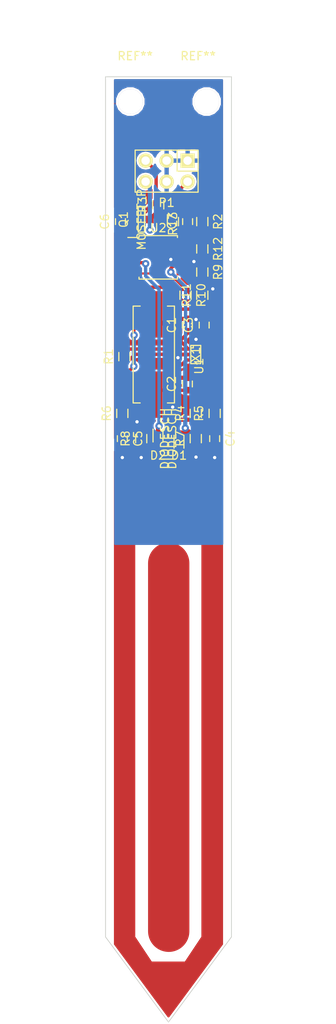
<source format=kicad_pcb>
(kicad_pcb (version 4) (host pcbnew "(2015-03-21 BZR 5528)-product")

  (general
    (links 57)
    (no_connects 0)
    (area 98.981999 28.175285 114.322001 142.472287)
    (thickness 1.6)
    (drawings 14)
    (tracks 204)
    (zones 0)
    (modules 29)
    (nets 19)
  )

  (page A4)
  (layers
    (0 F.Cu signal)
    (31 B.Cu signal)
    (32 B.Adhes user)
    (33 F.Adhes user)
    (34 B.Paste user)
    (35 F.Paste user)
    (36 B.SilkS user)
    (37 F.SilkS user)
    (38 B.Mask user)
    (39 F.Mask user)
    (40 Dwgs.User user)
    (41 Cmts.User user)
    (42 Eco1.User user)
    (43 Eco2.User user)
    (44 Edge.Cuts user)
    (45 Margin user)
    (46 B.CrtYd user)
    (47 F.CrtYd user)
    (48 B.Fab user)
    (49 F.Fab user)
  )

  (setup
    (last_trace_width 0.4064)
    (user_trace_width 0.4064)
    (user_trace_width 0.508)
    (user_trace_width 1.27)
    (user_trace_width 5)
    (trace_clearance 0.09)
    (zone_clearance 0.2286)
    (zone_45_only no)
    (trace_min 0.254)
    (segment_width 0.2)
    (edge_width 0.1)
    (via_size 0.889)
    (via_drill 0.4)
    (via_min_size 0.889)
    (via_min_drill 0.4)
    (uvia_size 0.508)
    (uvia_drill 0.127)
    (uvias_allowed no)
    (uvia_min_size 0.4572)
    (uvia_min_drill 0.127)
    (pcb_text_width 0.3)
    (pcb_text_size 1.5 1.5)
    (mod_edge_width 0.15)
    (mod_text_size 1 1)
    (mod_text_width 0.15)
    (pad_size 2.99974 2.99974)
    (pad_drill 2.99974)
    (pad_to_mask_clearance 0)
    (aux_axis_origin 0 0)
    (visible_elements FFFEFF7F)
    (pcbplotparams
      (layerselection 0x00030_80000001)
      (usegerberextensions false)
      (excludeedgelayer true)
      (linewidth 0.100000)
      (plotframeref false)
      (viasonmask false)
      (mode 1)
      (useauxorigin false)
      (hpglpennumber 1)
      (hpglpenspeed 20)
      (hpglpendiameter 15)
      (hpglpenoverlay 2)
      (psnegative false)
      (psa4output false)
      (plotreference true)
      (plotvalue true)
      (plotinvisibletext false)
      (padsonsilk false)
      (subtractmaskfromsilk false)
      (outputformat 1)
      (mirror false)
      (drillshape 1)
      (scaleselection 1)
      (outputdirectory ""))
  )

  (net 0 "")
  (net 1 "Net-(C1-Pad1)")
  (net 2 GND)
  (net 3 "Net-(C2-Pad1)")
  (net 4 VCC)
  (net 5 /SENSE_LOW)
  (net 6 /SENSE_HIGH)
  (net 7 /SENSOR_TRACK)
  (net 8 /~ENABLE)
  (net 9 VDD)
  (net 10 "Net-(R4-Pad2)")
  (net 11 "Net-(R12-Pad2)")
  (net 12 "Net-(R9-Pad2)")
  (net 13 "Net-(R10-Pad1)")
  (net 14 "Net-(R10-Pad2)")
  (net 15 /OUT)
  (net 16 "Net-(C7-Pad1)")
  (net 17 "Net-(R12-Pad1)")
  (net 18 "Net-(R13-Pad2)")

  (net_class Default "This is the default net class."
    (clearance 0.09)
    (trace_width 0.254)
    (via_dia 0.889)
    (via_drill 0.4)
    (uvia_dia 0.508)
    (uvia_drill 0.127)
    (add_net /OUT)
    (add_net /SENSE_HIGH)
    (add_net /SENSE_LOW)
    (add_net /SENSOR_TRACK)
    (add_net /~ENABLE)
    (add_net GND)
    (add_net "Net-(C1-Pad1)")
    (add_net "Net-(C2-Pad1)")
    (add_net "Net-(C7-Pad1)")
    (add_net "Net-(R10-Pad1)")
    (add_net "Net-(R10-Pad2)")
    (add_net "Net-(R12-Pad1)")
    (add_net "Net-(R12-Pad2)")
    (add_net "Net-(R13-Pad2)")
    (add_net "Net-(R4-Pad2)")
    (add_net "Net-(R9-Pad2)")
    (add_net VCC)
    (add_net VDD)
  )

  (module Housings_SSOP:TSSOP-14_4.4x5mm_Pitch0.65mm (layer F.Cu) (tedit 54130A77) (tstamp 5513FE28)
    (at 105.41 50.038)
    (descr "14-Lead Plastic Thin Shrink Small Outline (ST)-4.4 mm Body [TSSOP] (see Microchip Packaging Specification 00000049BS.pdf)")
    (tags "SSOP 0.65")
    (path /54D2AB47)
    (attr smd)
    (fp_text reference U2 (at 0 -3.55) (layer F.SilkS)
      (effects (font (size 1 1) (thickness 0.15)))
    )
    (fp_text value LM324 (at 0 3.55) (layer F.Fab)
      (effects (font (size 1 1) (thickness 0.15)))
    )
    (fp_line (start -3.95 -2.8) (end -3.95 2.8) (layer F.CrtYd) (width 0.05))
    (fp_line (start 3.95 -2.8) (end 3.95 2.8) (layer F.CrtYd) (width 0.05))
    (fp_line (start -3.95 -2.8) (end 3.95 -2.8) (layer F.CrtYd) (width 0.05))
    (fp_line (start -3.95 2.8) (end 3.95 2.8) (layer F.CrtYd) (width 0.05))
    (fp_line (start -2.325 -2.625) (end -2.325 -2.4) (layer F.SilkS) (width 0.15))
    (fp_line (start 2.325 -2.625) (end 2.325 -2.4) (layer F.SilkS) (width 0.15))
    (fp_line (start 2.325 2.625) (end 2.325 2.4) (layer F.SilkS) (width 0.15))
    (fp_line (start -2.325 2.625) (end -2.325 2.4) (layer F.SilkS) (width 0.15))
    (fp_line (start -2.325 -2.625) (end 2.325 -2.625) (layer F.SilkS) (width 0.15))
    (fp_line (start -2.325 2.625) (end 2.325 2.625) (layer F.SilkS) (width 0.15))
    (fp_line (start -2.325 -2.4) (end -3.675 -2.4) (layer F.SilkS) (width 0.15))
    (pad 1 smd rect (at -2.95 -1.95) (size 1.45 0.45) (layers F.Cu F.Paste F.Mask)
      (net 18 "Net-(R13-Pad2)"))
    (pad 2 smd rect (at -2.95 -1.3) (size 1.45 0.45) (layers F.Cu F.Paste F.Mask)
      (net 18 "Net-(R13-Pad2)"))
    (pad 3 smd rect (at -2.95 -0.65) (size 1.45 0.45) (layers F.Cu F.Paste F.Mask)
      (net 16 "Net-(C7-Pad1)"))
    (pad 4 smd rect (at -2.95 0) (size 1.45 0.45) (layers F.Cu F.Paste F.Mask)
      (net 4 VCC))
    (pad 5 smd rect (at -2.95 0.65) (size 1.45 0.45) (layers F.Cu F.Paste F.Mask)
      (net 6 /SENSE_HIGH))
    (pad 6 smd rect (at -2.95 1.3) (size 1.45 0.45) (layers F.Cu F.Paste F.Mask)
      (net 14 "Net-(R10-Pad2)"))
    (pad 7 smd rect (at -2.95 1.95) (size 1.45 0.45) (layers F.Cu F.Paste F.Mask)
      (net 14 "Net-(R10-Pad2)"))
    (pad 8 smd rect (at 2.95 1.95) (size 1.45 0.45) (layers F.Cu F.Paste F.Mask)
      (net 12 "Net-(R9-Pad2)"))
    (pad 9 smd rect (at 2.95 1.3) (size 1.45 0.45) (layers F.Cu F.Paste F.Mask)
      (net 12 "Net-(R9-Pad2)"))
    (pad 10 smd rect (at 2.95 0.65) (size 1.45 0.45) (layers F.Cu F.Paste F.Mask)
      (net 5 /SENSE_LOW))
    (pad 11 smd rect (at 2.95 0) (size 1.45 0.45) (layers F.Cu F.Paste F.Mask)
      (net 2 GND))
    (pad 12 smd rect (at 2.95 -0.65) (size 1.45 0.45) (layers F.Cu F.Paste F.Mask)
      (net 13 "Net-(R10-Pad1)"))
    (pad 13 smd rect (at 2.95 -1.3) (size 1.45 0.45) (layers F.Cu F.Paste F.Mask)
      (net 11 "Net-(R12-Pad2)"))
    (pad 14 smd rect (at 2.95 -1.95) (size 1.45 0.45) (layers F.Cu F.Paste F.Mask)
      (net 17 "Net-(R12-Pad1)"))
    (model Housings_SSOP.3dshapes/TSSOP-14_4.4x5mm_Pitch0.65mm.wrl
      (at (xyz 0 0 0))
      (scale (xyz 1 1 1))
      (rotate (xyz 0 0 0))
    )
  )

  (module Mounting_Holes:MountingHole_3mm (layer F.Cu) (tedit 55144018) (tstamp 55142C45)
    (at 102.616 29.718)
    (descr "Mounting hole, Befestigungsbohrung, 3mm, No Annular, Kein Restring,")
    (tags "Mounting hole, Befestigungsbohrung, 3mm, No Annular, Kein Restring,")
    (fp_text reference REF** (at 0 -4.0005) (layer F.SilkS)
      (effects (font (size 1 1) (thickness 0.15)))
    )
    (fp_text value MountingHole_3mm (at 1.00076 5.00126) (layer F.Fab)
      (effects (font (size 1 1) (thickness 0.15)))
    )
    (pad 1 thru_hole circle (at -0.584 1.5) (size 2.99974 2.99974) (drill 2.99974) (layers F.Cu))
  )

  (module Mounting_Holes:MountingHole_3mm (layer F.Cu) (tedit 55144005) (tstamp 55142C3E)
    (at 110.236 29.718)
    (descr "Mounting hole, Befestigungsbohrung, 3mm, No Annular, Kein Restring,")
    (tags "Mounting hole, Befestigungsbohrung, 3mm, No Annular, Kein Restring,")
    (fp_text reference REF** (at 0 -4.0005) (layer F.SilkS)
      (effects (font (size 1 1) (thickness 0.15)))
    )
    (fp_text value MountingHole_3mm (at 1.00076 5.00126) (layer F.Fab)
      (effects (font (size 1 1) (thickness 0.15)))
    )
    (pad 1 thru_hole circle (at 1.036 1.5) (size 2.99974 2.99974) (drill 2.99974) (layers F.Cu F.SilkS))
  )

  (module Resistors_SMD:R_0603 (layer F.Cu) (tedit 5415CC62) (tstamp 54E304E2)
    (at 105.41 43.688 90)
    (descr "Resistor SMD 0603, reflow soldering, Vishay (see dcrcw.pdf)")
    (tags "resistor 0603")
    (path /54D22EA4)
    (attr smd)
    (fp_text reference R3 (at 0 -1.9 90) (layer F.SilkS)
      (effects (font (size 1 1) (thickness 0.15)))
    )
    (fp_text value 1M (at 0 1.9 90) (layer F.Fab)
      (effects (font (size 1 1) (thickness 0.15)))
    )
    (fp_line (start -1.3 -0.8) (end 1.3 -0.8) (layer F.CrtYd) (width 0.05))
    (fp_line (start -1.3 0.8) (end 1.3 0.8) (layer F.CrtYd) (width 0.05))
    (fp_line (start -1.3 -0.8) (end -1.3 0.8) (layer F.CrtYd) (width 0.05))
    (fp_line (start 1.3 -0.8) (end 1.3 0.8) (layer F.CrtYd) (width 0.05))
    (fp_line (start 0.5 0.675) (end -0.5 0.675) (layer F.SilkS) (width 0.15))
    (fp_line (start -0.5 -0.675) (end 0.5 -0.675) (layer F.SilkS) (width 0.15))
    (pad 1 smd rect (at -0.75 0 90) (size 0.5 0.9) (layers F.Cu F.Paste F.Mask)
      (net 9 VDD))
    (pad 2 smd rect (at 0.75 0 90) (size 0.5 0.9) (layers F.Cu F.Paste F.Mask)
      (net 8 /~ENABLE))
    (model Resistors_SMD.3dshapes/R_0603.wrl
      (at (xyz 0 0 0))
      (scale (xyz 1 1 1))
      (rotate (xyz 0 0 0))
    )
  )

  (module Capacitors_SMD:C_0603 (layer F.Cu) (tedit 5415D631) (tstamp 5513FF58)
    (at 108.966 45.72 90)
    (descr "Capacitor SMD 0603, reflow soldering, AVX (see smccp.pdf)")
    (tags "capacitor 0603")
    (path /551427DB)
    (attr smd)
    (fp_text reference C7 (at 0 -1.9 90) (layer F.SilkS)
      (effects (font (size 1 1) (thickness 0.15)))
    )
    (fp_text value 1u (at 0 1.9 90) (layer F.Fab)
      (effects (font (size 1 1) (thickness 0.15)))
    )
    (fp_line (start -1.45 -0.75) (end 1.45 -0.75) (layer F.CrtYd) (width 0.05))
    (fp_line (start -1.45 0.75) (end 1.45 0.75) (layer F.CrtYd) (width 0.05))
    (fp_line (start -1.45 -0.75) (end -1.45 0.75) (layer F.CrtYd) (width 0.05))
    (fp_line (start 1.45 -0.75) (end 1.45 0.75) (layer F.CrtYd) (width 0.05))
    (fp_line (start -0.35 -0.6) (end 0.35 -0.6) (layer F.SilkS) (width 0.15))
    (fp_line (start 0.35 0.6) (end -0.35 0.6) (layer F.SilkS) (width 0.15))
    (pad 1 smd rect (at -0.75 0 90) (size 0.8 0.75) (layers F.Cu F.Paste F.Mask)
      (net 16 "Net-(C7-Pad1)"))
    (pad 2 smd rect (at 0.75 0 90) (size 0.8 0.75) (layers F.Cu F.Paste F.Mask)
      (net 2 GND))
    (model Capacitors_SMD.3dshapes/C_0603.wrl
      (at (xyz 0 0 0))
      (scale (xyz 1 1 1))
      (rotate (xyz 0 0 0))
    )
  )

  (module Capacitors_SMD:C_0603 (layer F.Cu) (tedit 5415D631) (tstamp 54E304D5)
    (at 100.838 45.72 90)
    (descr "Capacitor SMD 0603, reflow soldering, AVX (see smccp.pdf)")
    (tags "capacitor 0603")
    (path /54D2428C)
    (attr smd)
    (fp_text reference C6 (at 0 -1.9 90) (layer F.SilkS)
      (effects (font (size 1 1) (thickness 0.15)))
    )
    (fp_text value 1u (at 0 1.9 90) (layer F.Fab)
      (effects (font (size 1 1) (thickness 0.15)))
    )
    (fp_line (start -1.45 -0.75) (end 1.45 -0.75) (layer F.CrtYd) (width 0.05))
    (fp_line (start -1.45 0.75) (end 1.45 0.75) (layer F.CrtYd) (width 0.05))
    (fp_line (start -1.45 -0.75) (end -1.45 0.75) (layer F.CrtYd) (width 0.05))
    (fp_line (start 1.45 -0.75) (end 1.45 0.75) (layer F.CrtYd) (width 0.05))
    (fp_line (start -0.35 -0.6) (end 0.35 -0.6) (layer F.SilkS) (width 0.15))
    (fp_line (start 0.35 0.6) (end -0.35 0.6) (layer F.SilkS) (width 0.15))
    (pad 1 smd rect (at -0.75 0 90) (size 0.8 0.75) (layers F.Cu F.Paste F.Mask)
      (net 4 VCC))
    (pad 2 smd rect (at 0.75 0 90) (size 0.8 0.75) (layers F.Cu F.Paste F.Mask)
      (net 2 GND))
    (model Capacitors_SMD.3dshapes/C_0603.wrl
      (at (xyz 0 0 0))
      (scale (xyz 1 1 1))
      (rotate (xyz 0 0 0))
    )
  )

  (module SMD_Packages:SOT-23-GDS placed (layer F.Cu) (tedit 54D226C6) (tstamp 54E304EE)
    (at 103.378 45.466 90)
    (descr "Module CMS SOT23 Transistore EBC")
    (tags "CMS SOT")
    (path /54D22CB3)
    (attr smd)
    (fp_text reference Q1 (at 0 -2.159 90) (layer F.SilkS)
      (effects (font (size 1 1) (thickness 0.15)))
    )
    (fp_text value MOSFET_P (at 0 0 90) (layer F.SilkS)
      (effects (font (size 1 1) (thickness 0.15)))
    )
    (fp_line (start -1.524 -0.381) (end 1.524 -0.381) (layer F.SilkS) (width 0.15))
    (fp_line (start 1.524 -0.381) (end 1.524 0.381) (layer F.SilkS) (width 0.15))
    (fp_line (start 1.524 0.381) (end -1.524 0.381) (layer F.SilkS) (width 0.15))
    (fp_line (start -1.524 0.381) (end -1.524 -0.381) (layer F.SilkS) (width 0.15))
    (pad S smd rect (at -0.889 -1.016 90) (size 0.9144 0.9144) (layers F.Cu F.Paste F.Mask)
      (net 4 VCC))
    (pad G smd rect (at 0.889 -1.016 90) (size 0.9144 0.9144) (layers F.Cu F.Paste F.Mask)
      (net 8 /~ENABLE))
    (pad D smd rect (at 0 1.016 90) (size 0.9144 0.9144) (layers F.Cu F.Paste F.Mask)
      (net 9 VDD))
    (model SMD_Packages/SOT-23-GDS.wrl
      (at (xyz 0 0 0))
      (scale (xyz 0.13 0.15 0.15))
      (rotate (xyz 0 0 0))
    )
  )

  (module Resistors_SMD:R_0603 (layer F.Cu) (tedit 5415CC62) (tstamp 54E304C8)
    (at 110.744 49.022 270)
    (descr "Resistor SMD 0603, reflow soldering, Vishay (see dcrcw.pdf)")
    (tags "resistor 0603")
    (path /54D2B42B)
    (attr smd)
    (fp_text reference R12 (at 0 -1.9 270) (layer F.SilkS)
      (effects (font (size 1 1) (thickness 0.15)))
    )
    (fp_text value "10k 0.1%" (at 0 1.9 270) (layer F.Fab)
      (effects (font (size 1 1) (thickness 0.15)))
    )
    (fp_line (start -1.3 -0.8) (end 1.3 -0.8) (layer F.CrtYd) (width 0.05))
    (fp_line (start -1.3 0.8) (end 1.3 0.8) (layer F.CrtYd) (width 0.05))
    (fp_line (start -1.3 -0.8) (end -1.3 0.8) (layer F.CrtYd) (width 0.05))
    (fp_line (start 1.3 -0.8) (end 1.3 0.8) (layer F.CrtYd) (width 0.05))
    (fp_line (start 0.5 0.675) (end -0.5 0.675) (layer F.SilkS) (width 0.15))
    (fp_line (start -0.5 -0.675) (end 0.5 -0.675) (layer F.SilkS) (width 0.15))
    (pad 1 smd rect (at -0.75 0 270) (size 0.5 0.9) (layers F.Cu F.Paste F.Mask)
      (net 17 "Net-(R12-Pad1)"))
    (pad 2 smd rect (at 0.75 0 270) (size 0.5 0.9) (layers F.Cu F.Paste F.Mask)
      (net 11 "Net-(R12-Pad2)"))
    (model Resistors_SMD.3dshapes/R_0603.wrl
      (at (xyz 0 0 0))
      (scale (xyz 1 1 1))
      (rotate (xyz 0 0 0))
    )
  )

  (module Resistors_SMD:R_0603 (layer F.Cu) (tedit 5415CC62) (tstamp 54E3051B)
    (at 110.744 45.72 270)
    (descr "Resistor SMD 0603, reflow soldering, Vishay (see dcrcw.pdf)")
    (tags "resistor 0603")
    (path /5514275D)
    (attr smd)
    (fp_text reference R2 (at 0 -1.9 270) (layer F.SilkS)
      (effects (font (size 1 1) (thickness 0.15)))
    )
    (fp_text value 10k (at 0 1.9 270) (layer F.Fab)
      (effects (font (size 1 1) (thickness 0.15)))
    )
    (fp_line (start -1.3 -0.8) (end 1.3 -0.8) (layer F.CrtYd) (width 0.05))
    (fp_line (start -1.3 0.8) (end 1.3 0.8) (layer F.CrtYd) (width 0.05))
    (fp_line (start -1.3 -0.8) (end -1.3 0.8) (layer F.CrtYd) (width 0.05))
    (fp_line (start 1.3 -0.8) (end 1.3 0.8) (layer F.CrtYd) (width 0.05))
    (fp_line (start 0.5 0.675) (end -0.5 0.675) (layer F.SilkS) (width 0.15))
    (fp_line (start -0.5 -0.675) (end 0.5 -0.675) (layer F.SilkS) (width 0.15))
    (pad 1 smd rect (at -0.75 0 270) (size 0.5 0.9) (layers F.Cu F.Paste F.Mask)
      (net 16 "Net-(C7-Pad1)"))
    (pad 2 smd rect (at 0.75 0 270) (size 0.5 0.9) (layers F.Cu F.Paste F.Mask)
      (net 17 "Net-(R12-Pad1)"))
    (model Resistors_SMD.3dshapes/R_0603.wrl
      (at (xyz 0 0 0))
      (scale (xyz 1 1 1))
      (rotate (xyz 0 0 0))
    )
  )

  (module Resistors_SMD:R_0603 (layer F.Cu) (tedit 5513FF76) (tstamp 5513FF64)
    (at 107.188 45.72 270)
    (descr "Resistor SMD 0603, reflow soldering, Vishay (see dcrcw.pdf)")
    (tags "resistor 0603")
    (path /551426A3)
    (attr smd)
    (fp_text reference R13 (at 0.254 0 270) (layer F.SilkS)
      (effects (font (size 1 1) (thickness 0.15)))
    )
    (fp_text value 330 (at 0 1.9 270) (layer F.Fab)
      (effects (font (size 1 1) (thickness 0.15)))
    )
    (fp_line (start -1.3 -0.8) (end 1.3 -0.8) (layer F.CrtYd) (width 0.05))
    (fp_line (start -1.3 0.8) (end 1.3 0.8) (layer F.CrtYd) (width 0.05))
    (fp_line (start -1.3 -0.8) (end -1.3 0.8) (layer F.CrtYd) (width 0.05))
    (fp_line (start 1.3 -0.8) (end 1.3 0.8) (layer F.CrtYd) (width 0.05))
    (fp_line (start 0.5 0.675) (end -0.5 0.675) (layer F.SilkS) (width 0.15))
    (fp_line (start -0.5 -0.675) (end 0.5 -0.675) (layer F.SilkS) (width 0.15))
    (pad 1 smd rect (at -0.75 0 270) (size 0.5 0.9) (layers F.Cu F.Paste F.Mask)
      (net 15 /OUT))
    (pad 2 smd rect (at 0.75 0 270) (size 0.5 0.9) (layers F.Cu F.Paste F.Mask)
      (net 18 "Net-(R13-Pad2)"))
    (model Resistors_SMD.3dshapes/R_0603.wrl
      (at (xyz 0 0 0))
      (scale (xyz 1 1 1))
      (rotate (xyz 0 0 0))
    )
  )

  (module Resistors_SMD:R_0603 (layer F.Cu) (tedit 5415CC62) (tstamp 54E3050E)
    (at 110.744 51.816 270)
    (descr "Resistor SMD 0603, reflow soldering, Vishay (see dcrcw.pdf)")
    (tags "resistor 0603")
    (path /54D2B12F)
    (attr smd)
    (fp_text reference R9 (at 0 -1.9 270) (layer F.SilkS)
      (effects (font (size 1 1) (thickness 0.15)))
    )
    (fp_text value "10k 0.1%" (at 0 1.9 270) (layer F.Fab)
      (effects (font (size 1 1) (thickness 0.15)))
    )
    (fp_line (start -1.3 -0.8) (end 1.3 -0.8) (layer F.CrtYd) (width 0.05))
    (fp_line (start -1.3 0.8) (end 1.3 0.8) (layer F.CrtYd) (width 0.05))
    (fp_line (start -1.3 -0.8) (end -1.3 0.8) (layer F.CrtYd) (width 0.05))
    (fp_line (start 1.3 -0.8) (end 1.3 0.8) (layer F.CrtYd) (width 0.05))
    (fp_line (start 0.5 0.675) (end -0.5 0.675) (layer F.SilkS) (width 0.15))
    (fp_line (start -0.5 -0.675) (end 0.5 -0.675) (layer F.SilkS) (width 0.15))
    (pad 1 smd rect (at -0.75 0 270) (size 0.5 0.9) (layers F.Cu F.Paste F.Mask)
      (net 11 "Net-(R12-Pad2)"))
    (pad 2 smd rect (at 0.75 0 270) (size 0.5 0.9) (layers F.Cu F.Paste F.Mask)
      (net 12 "Net-(R9-Pad2)"))
    (model Resistors_SMD.3dshapes/R_0603.wrl
      (at (xyz 0 0 0))
      (scale (xyz 1 1 1))
      (rotate (xyz 0 0 0))
    )
  )

  (module Transistors_SMD:sc70-6 placed (layer F.Cu) (tedit 54D226C6) (tstamp 54E30556)
    (at 109.954 61.777286 270)
    (descr SC70-6)
    (path /54D21739)
    (attr smd)
    (fp_text reference U1 (at 1.4 -0.4 270) (layer F.SilkS)
      (effects (font (size 1 1) (thickness 0.15)))
    )
    (fp_text value NC7WZU04P6 (at 2.2 0.2 270) (layer F.SilkS) hide
      (effects (font (size 1 1) (thickness 0.15)))
    )
    (fp_line (start -1.1 0.3) (end -0.8 0.3) (layer F.SilkS) (width 0.15))
    (fp_line (start -0.8 0.3) (end -0.8 0.6) (layer F.SilkS) (width 0.15))
    (fp_line (start 1.1 0.6) (end 1.1 -0.6) (layer F.SilkS) (width 0.15))
    (fp_line (start -1.1 -0.6) (end -1.1 0.6) (layer F.SilkS) (width 0.15))
    (fp_line (start -1.1 0.6) (end 1.1 0.6) (layer F.SilkS) (width 0.15))
    (fp_line (start 1.1 -0.6) (end -1.1 -0.6) (layer F.SilkS) (width 0.15))
    (pad 1 smd rect (at -0.6604 1.016 270) (size 0.4064 0.6604) (layers F.Cu F.Paste F.Mask)
      (net 1 "Net-(C1-Pad1)"))
    (pad 3 smd rect (at 0.6604 1.016 270) (size 0.4064 0.6604) (layers F.Cu F.Paste F.Mask)
      (net 3 "Net-(C2-Pad1)"))
    (pad 2 smd rect (at 0 1.016 270) (size 0.4064 0.6604) (layers F.Cu F.Paste F.Mask)
      (net 2 GND))
    (pad 4 smd rect (at 0.6604 -1.016 270) (size 0.4064 0.6604) (layers F.Cu F.Paste F.Mask)
      (net 10 "Net-(R4-Pad2)"))
    (pad 6 smd rect (at -0.6604 -1.016 270) (size 0.4064 0.6604) (layers F.Cu F.Paste F.Mask)
      (net 3 "Net-(C2-Pad1)"))
    (pad 5 smd rect (at 0 -1.016 270) (size 0.4064 0.6604) (layers F.Cu F.Paste F.Mask)
      (net 4 VCC))
    (model Transistors_SMD/sc70-6.wrl
      (at (xyz 0 0 0))
      (scale (xyz 1 1 1))
      (rotate (xyz 0 0 0))
    )
  )

  (module Crystals:Crystal_HC49-SD_SMD placed (layer F.Cu) (tedit 54D226C6) (tstamp 54E30538)
    (at 104.874 61.777286 270)
    (descr "Crystal, Quarz, HC49-SD, SMD,")
    (tags "Crystal, Quarz, HC49-SD, SMD,")
    (path /54D213EA)
    (attr smd)
    (fp_text reference X1 (at 0 -5.08 270) (layer F.SilkS)
      (effects (font (size 1 1) (thickness 0.15)))
    )
    (fp_text value 16MHz (at 2.54 5.08 270) (layer F.SilkS) hide
      (effects (font (size 1 1) (thickness 0.15)))
    )
    (fp_circle (center 0 0) (end 0.8509 0) (layer F.Adhes) (width 0.381))
    (fp_circle (center 0 0) (end 0.50038 0) (layer F.Adhes) (width 0.381))
    (fp_circle (center 0 0) (end 0.14986 0.0508) (layer F.Adhes) (width 0.381))
    (fp_line (start -5.84962 2.49936) (end 5.84962 2.49936) (layer F.SilkS) (width 0.15))
    (fp_line (start 5.84962 -2.49936) (end -5.84962 -2.49936) (layer F.SilkS) (width 0.15))
    (fp_line (start 5.84962 2.49936) (end 5.84962 1.651) (layer F.SilkS) (width 0.15))
    (fp_line (start 5.84962 -2.49936) (end 5.84962 -1.651) (layer F.SilkS) (width 0.15))
    (fp_line (start -5.84962 2.49936) (end -5.84962 1.651) (layer F.SilkS) (width 0.15))
    (fp_line (start -5.84962 -2.49936) (end -5.84962 -1.651) (layer F.SilkS) (width 0.15))
    (pad 1 smd rect (at -4.84886 0 270) (size 5.6007 2.10058) (layers F.Cu F.Paste F.Mask)
      (net 1 "Net-(C1-Pad1)"))
    (pad 2 smd rect (at 4.84886 0 270) (size 5.6007 2.10058) (layers F.Cu F.Paste F.Mask)
      (net 3 "Net-(C2-Pad1)"))
    (model ../../usr/local/share/kicad/modules/packages3d/Crystals_Oscillators_SMD/Q_49U3HMS.wrl
      (at (xyz 0 0 0))
      (scale (xyz 1 1 1))
      (rotate (xyz 0 0 0))
    )
  )

  (module Pin_Headers:Pin_Header_Straight_2x03 placed (layer F.Cu) (tedit 54D226C6) (tstamp 54E30501)
    (at 106.426 39.624 180)
    (descr "Through hole pin header")
    (tags "pin header")
    (path /54D22B40)
    (fp_text reference P1 (at 0 -3.81 180) (layer F.SilkS)
      (effects (font (size 1 1) (thickness 0.15)))
    )
    (fp_text value CONN_01X06 (at 0 0 180) (layer F.SilkS) hide
      (effects (font (size 1 1) (thickness 0.15)))
    )
    (fp_line (start -3.81 0) (end -1.27 0) (layer F.SilkS) (width 0.15))
    (fp_line (start -1.27 0) (end -1.27 2.54) (layer F.SilkS) (width 0.15))
    (fp_line (start -3.81 2.54) (end 3.81 2.54) (layer F.SilkS) (width 0.15))
    (fp_line (start 3.81 2.54) (end 3.81 -2.54) (layer F.SilkS) (width 0.15))
    (fp_line (start 3.81 -2.54) (end -1.27 -2.54) (layer F.SilkS) (width 0.15))
    (fp_line (start -3.81 2.54) (end -3.81 0) (layer F.SilkS) (width 0.15))
    (fp_line (start -3.81 -2.54) (end -3.81 0) (layer F.SilkS) (width 0.15))
    (fp_line (start -1.27 -2.54) (end -3.81 -2.54) (layer F.SilkS) (width 0.15))
    (pad 1 thru_hole rect (at -2.54 1.27 180) (size 1.7272 1.7272) (drill 1.016) (layers *.Cu *.Mask F.SilkS)
      (net 2 GND))
    (pad 2 thru_hole oval (at -2.54 -1.27 180) (size 1.7272 1.7272) (drill 1.016) (layers *.Cu *.Mask F.SilkS)
      (net 15 /OUT))
    (pad 3 thru_hole oval (at 0 1.27 180) (size 1.7272 1.7272) (drill 1.016) (layers *.Cu *.Mask F.SilkS)
      (net 2 GND))
    (pad 4 thru_hole oval (at 0 -1.27 180) (size 1.7272 1.7272) (drill 1.016) (layers *.Cu *.Mask F.SilkS)
      (net 2 GND))
    (pad 5 thru_hole oval (at 2.54 1.27 180) (size 1.7272 1.7272) (drill 1.016) (layers *.Cu *.Mask F.SilkS)
      (net 8 /~ENABLE))
    (pad 6 thru_hole oval (at 2.54 -1.27 180) (size 1.7272 1.7272) (drill 1.016) (layers *.Cu *.Mask F.SilkS)
      (net 9 VDD))
    (model Pin_Headers/Pin_Header_Straight_2x03.wrl
      (at (xyz 0 0 0))
      (scale (xyz 1 1 1))
      (rotate (xyz 0 0 0))
    )
  )

  (module SMD_Packages:SOD-523 (layer F.Cu) (tedit 54D255C3) (tstamp 54E3043D)
    (at 107.922 71.937286 270)
    (descr "http://www.diodes.com/datasheets/ap02001.pdf p.144")
    (tags "Diode SOD523")
    (path /54D21FCD)
    (fp_text reference D1 (at 2.032 0 360) (layer F.SilkS)
      (effects (font (size 1 1) (thickness 0.15)))
    )
    (fp_text value DIODESCH (at 0 1.7 270) (layer F.SilkS)
      (effects (font (size 1 1) (thickness 0.15)))
    )
    (fp_line (start -0.4 0.6) (end 1.15 0.6) (layer F.SilkS) (width 0.15))
    (fp_line (start -0.4 -0.6) (end 1.15 -0.6) (layer F.SilkS) (width 0.15))
    (pad 1 smd rect (at -0.7 0 270) (size 0.6 0.7) (layers F.Cu F.Paste F.Mask)
      (net 5 /SENSE_LOW))
    (pad 2 smd rect (at 0.7 0 270) (size 0.6 0.7) (layers F.Cu F.Paste F.Mask)
      (net 7 /SENSOR_TRACK))
  )

  (module SMD_Packages:SOD-523 (layer F.Cu) (tedit 54D255C3) (tstamp 54E3047A)
    (at 105.382 71.937286 90)
    (descr "http://www.diodes.com/datasheets/ap02001.pdf p.144")
    (tags "Diode SOD523")
    (path /54D22068)
    (fp_text reference D2 (at -2.032 0 180) (layer F.SilkS)
      (effects (font (size 1 1) (thickness 0.15)))
    )
    (fp_text value DIODESCH (at 0 1.7 90) (layer F.SilkS)
      (effects (font (size 1 1) (thickness 0.15)))
    )
    (fp_line (start -0.4 0.6) (end 1.15 0.6) (layer F.SilkS) (width 0.15))
    (fp_line (start -0.4 -0.6) (end 1.15 -0.6) (layer F.SilkS) (width 0.15))
    (pad 1 smd rect (at -0.7 0 90) (size 0.6 0.7) (layers F.Cu F.Paste F.Mask)
      (net 7 /SENSOR_TRACK))
    (pad 2 smd rect (at 0.7 0 90) (size 0.6 0.7) (layers F.Cu F.Paste F.Mask)
      (net 6 /SENSE_HIGH))
  )

  (module Capacitors_SMD:C_0603 (layer F.Cu) (tedit 5415D631) (tstamp 54E304A1)
    (at 101.064 71.937286 270)
    (descr "Capacitor SMD 0603, reflow soldering, AVX (see smccp.pdf)")
    (tags "capacitor 0603")
    (path /54D22484)
    (attr smd)
    (fp_text reference C5 (at 0 -1.9 270) (layer F.SilkS)
      (effects (font (size 1 1) (thickness 0.15)))
    )
    (fp_text value 1n (at 0 1.9 270) (layer F.Fab)
      (effects (font (size 1 1) (thickness 0.15)))
    )
    (fp_line (start -1.45 -0.75) (end 1.45 -0.75) (layer F.CrtYd) (width 0.05))
    (fp_line (start -1.45 0.75) (end 1.45 0.75) (layer F.CrtYd) (width 0.05))
    (fp_line (start -1.45 -0.75) (end -1.45 0.75) (layer F.CrtYd) (width 0.05))
    (fp_line (start 1.45 -0.75) (end 1.45 0.75) (layer F.CrtYd) (width 0.05))
    (fp_line (start -0.35 -0.6) (end 0.35 -0.6) (layer F.SilkS) (width 0.15))
    (fp_line (start 0.35 0.6) (end -0.35 0.6) (layer F.SilkS) (width 0.15))
    (pad 1 smd rect (at -0.75 0 270) (size 0.8 0.75) (layers F.Cu F.Paste F.Mask)
      (net 6 /SENSE_HIGH))
    (pad 2 smd rect (at 0.75 0 270) (size 0.8 0.75) (layers F.Cu F.Paste F.Mask)
      (net 2 GND))
    (model Capacitors_SMD.3dshapes/C_0603.wrl
      (at (xyz 0 0 0))
      (scale (xyz 1 1 1))
      (rotate (xyz 0 0 0))
    )
  )

  (module Capacitors_SMD:C_0603 (layer F.Cu) (tedit 5415D631) (tstamp 54E3044A)
    (at 112.24 71.937286 270)
    (descr "Capacitor SMD 0603, reflow soldering, AVX (see smccp.pdf)")
    (tags "capacitor 0603")
    (path /54D2222A)
    (attr smd)
    (fp_text reference C4 (at 0 -1.9 270) (layer F.SilkS)
      (effects (font (size 1 1) (thickness 0.15)))
    )
    (fp_text value 1n (at 0 1.9 270) (layer F.Fab)
      (effects (font (size 1 1) (thickness 0.15)))
    )
    (fp_line (start -1.45 -0.75) (end 1.45 -0.75) (layer F.CrtYd) (width 0.05))
    (fp_line (start -1.45 0.75) (end 1.45 0.75) (layer F.CrtYd) (width 0.05))
    (fp_line (start -1.45 -0.75) (end -1.45 0.75) (layer F.CrtYd) (width 0.05))
    (fp_line (start 1.45 -0.75) (end 1.45 0.75) (layer F.CrtYd) (width 0.05))
    (fp_line (start -0.35 -0.6) (end 0.35 -0.6) (layer F.SilkS) (width 0.15))
    (fp_line (start 0.35 0.6) (end -0.35 0.6) (layer F.SilkS) (width 0.15))
    (pad 1 smd rect (at -0.75 0 270) (size 0.8 0.75) (layers F.Cu F.Paste F.Mask)
      (net 5 /SENSE_LOW))
    (pad 2 smd rect (at 0.75 0 270) (size 0.8 0.75) (layers F.Cu F.Paste F.Mask)
      (net 2 GND))
    (model Capacitors_SMD.3dshapes/C_0603.wrl
      (at (xyz 0 0 0))
      (scale (xyz 1 1 1))
      (rotate (xyz 0 0 0))
    )
  )

  (module Capacitors_SMD:C_0603 (layer F.Cu) (tedit 5415D631) (tstamp 54E30528)
    (at 108.938 65.333286 90)
    (descr "Capacitor SMD 0603, reflow soldering, AVX (see smccp.pdf)")
    (tags "capacitor 0603")
    (path /54D218DE)
    (attr smd)
    (fp_text reference C2 (at 0 -1.9 90) (layer F.SilkS)
      (effects (font (size 1 1) (thickness 0.15)))
    )
    (fp_text value 18p (at 0 1.9 90) (layer F.Fab)
      (effects (font (size 1 1) (thickness 0.15)))
    )
    (fp_line (start -1.45 -0.75) (end 1.45 -0.75) (layer F.CrtYd) (width 0.05))
    (fp_line (start -1.45 0.75) (end 1.45 0.75) (layer F.CrtYd) (width 0.05))
    (fp_line (start -1.45 -0.75) (end -1.45 0.75) (layer F.CrtYd) (width 0.05))
    (fp_line (start 1.45 -0.75) (end 1.45 0.75) (layer F.CrtYd) (width 0.05))
    (fp_line (start -0.35 -0.6) (end 0.35 -0.6) (layer F.SilkS) (width 0.15))
    (fp_line (start 0.35 0.6) (end -0.35 0.6) (layer F.SilkS) (width 0.15))
    (pad 1 smd rect (at -0.75 0 90) (size 0.8 0.75) (layers F.Cu F.Paste F.Mask)
      (net 3 "Net-(C2-Pad1)"))
    (pad 2 smd rect (at 0.75 0 90) (size 0.8 0.75) (layers F.Cu F.Paste F.Mask)
      (net 2 GND))
    (model Capacitors_SMD.3dshapes/C_0603.wrl
      (at (xyz 0 0 0))
      (scale (xyz 1 1 1))
      (rotate (xyz 0 0 0))
    )
  )

  (module Capacitors_SMD:C_0603 (layer F.Cu) (tedit 5415D631) (tstamp 54E30427)
    (at 110.97 58.221286 90)
    (descr "Capacitor SMD 0603, reflow soldering, AVX (see smccp.pdf)")
    (tags "capacitor 0603")
    (path /54D21E5C)
    (attr smd)
    (fp_text reference C3 (at 0 -1.9 90) (layer F.SilkS)
      (effects (font (size 1 1) (thickness 0.15)))
    )
    (fp_text value 1u (at 0 1.9 90) (layer F.Fab)
      (effects (font (size 1 1) (thickness 0.15)))
    )
    (fp_line (start -1.45 -0.75) (end 1.45 -0.75) (layer F.CrtYd) (width 0.05))
    (fp_line (start -1.45 0.75) (end 1.45 0.75) (layer F.CrtYd) (width 0.05))
    (fp_line (start -1.45 -0.75) (end -1.45 0.75) (layer F.CrtYd) (width 0.05))
    (fp_line (start 1.45 -0.75) (end 1.45 0.75) (layer F.CrtYd) (width 0.05))
    (fp_line (start -0.35 -0.6) (end 0.35 -0.6) (layer F.SilkS) (width 0.15))
    (fp_line (start 0.35 0.6) (end -0.35 0.6) (layer F.SilkS) (width 0.15))
    (pad 1 smd rect (at -0.75 0 90) (size 0.8 0.75) (layers F.Cu F.Paste F.Mask)
      (net 4 VCC))
    (pad 2 smd rect (at 0.75 0 90) (size 0.8 0.75) (layers F.Cu F.Paste F.Mask)
      (net 2 GND))
    (model Capacitors_SMD.3dshapes/C_0603.wrl
      (at (xyz 0 0 0))
      (scale (xyz 1 1 1))
      (rotate (xyz 0 0 0))
    )
  )

  (module Capacitors_SMD:C_0603 (layer F.Cu) (tedit 5415D631) (tstamp 54E30434)
    (at 108.938 58.221286 90)
    (descr "Capacitor SMD 0603, reflow soldering, AVX (see smccp.pdf)")
    (tags "capacitor 0603")
    (path /54D21881)
    (attr smd)
    (fp_text reference C1 (at 0 -1.9 90) (layer F.SilkS)
      (effects (font (size 1 1) (thickness 0.15)))
    )
    (fp_text value 18p (at 0 1.9 90) (layer F.Fab)
      (effects (font (size 1 1) (thickness 0.15)))
    )
    (fp_line (start -1.45 -0.75) (end 1.45 -0.75) (layer F.CrtYd) (width 0.05))
    (fp_line (start -1.45 0.75) (end 1.45 0.75) (layer F.CrtYd) (width 0.05))
    (fp_line (start -1.45 -0.75) (end -1.45 0.75) (layer F.CrtYd) (width 0.05))
    (fp_line (start 1.45 -0.75) (end 1.45 0.75) (layer F.CrtYd) (width 0.05))
    (fp_line (start -0.35 -0.6) (end 0.35 -0.6) (layer F.SilkS) (width 0.15))
    (fp_line (start 0.35 0.6) (end -0.35 0.6) (layer F.SilkS) (width 0.15))
    (pad 1 smd rect (at -0.75 0 90) (size 0.8 0.75) (layers F.Cu F.Paste F.Mask)
      (net 1 "Net-(C1-Pad1)"))
    (pad 2 smd rect (at 0.75 0 90) (size 0.8 0.75) (layers F.Cu F.Paste F.Mask)
      (net 2 GND))
    (model Capacitors_SMD.3dshapes/C_0603.wrl
      (at (xyz 0 0 0))
      (scale (xyz 1 1 1))
      (rotate (xyz 0 0 0))
    )
  )

  (module Resistors_SMD:R_0603 (layer F.Cu) (tedit 5415CC62) (tstamp 54E3040D)
    (at 110.744 54.61 90)
    (descr "Resistor SMD 0603, reflow soldering, Vishay (see dcrcw.pdf)")
    (tags "resistor 0603")
    (path /54D2B17D)
    (attr smd)
    (fp_text reference R11 (at 0 -1.9 90) (layer F.SilkS)
      (effects (font (size 1 1) (thickness 0.15)))
    )
    (fp_text value "10k 0.1%" (at 0 1.9 90) (layer F.Fab)
      (effects (font (size 1 1) (thickness 0.15)))
    )
    (fp_line (start -1.3 -0.8) (end 1.3 -0.8) (layer F.CrtYd) (width 0.05))
    (fp_line (start -1.3 0.8) (end 1.3 0.8) (layer F.CrtYd) (width 0.05))
    (fp_line (start -1.3 -0.8) (end -1.3 0.8) (layer F.CrtYd) (width 0.05))
    (fp_line (start 1.3 -0.8) (end 1.3 0.8) (layer F.CrtYd) (width 0.05))
    (fp_line (start 0.5 0.675) (end -0.5 0.675) (layer F.SilkS) (width 0.15))
    (fp_line (start -0.5 -0.675) (end 0.5 -0.675) (layer F.SilkS) (width 0.15))
    (pad 1 smd rect (at -0.75 0 90) (size 0.5 0.9) (layers F.Cu F.Paste F.Mask)
      (net 13 "Net-(R10-Pad1)"))
    (pad 2 smd rect (at 0.75 0 90) (size 0.5 0.9) (layers F.Cu F.Paste F.Mask)
      (net 2 GND))
    (model Resistors_SMD.3dshapes/R_0603.wrl
      (at (xyz 0 0 0))
      (scale (xyz 1 1 1))
      (rotate (xyz 0 0 0))
    )
  )

  (module Resistors_SMD:R_0603 (layer F.Cu) (tedit 5415CC62) (tstamp 54E3041A)
    (at 108.712 54.61 270)
    (descr "Resistor SMD 0603, reflow soldering, Vishay (see dcrcw.pdf)")
    (tags "resistor 0603")
    (path /54D2B156)
    (attr smd)
    (fp_text reference R10 (at 0 -1.9 270) (layer F.SilkS)
      (effects (font (size 1 1) (thickness 0.15)))
    )
    (fp_text value "10k 0.1%" (at 0 1.9 270) (layer F.Fab)
      (effects (font (size 1 1) (thickness 0.15)))
    )
    (fp_line (start -1.3 -0.8) (end 1.3 -0.8) (layer F.CrtYd) (width 0.05))
    (fp_line (start -1.3 0.8) (end 1.3 0.8) (layer F.CrtYd) (width 0.05))
    (fp_line (start -1.3 -0.8) (end -1.3 0.8) (layer F.CrtYd) (width 0.05))
    (fp_line (start 1.3 -0.8) (end 1.3 0.8) (layer F.CrtYd) (width 0.05))
    (fp_line (start 0.5 0.675) (end -0.5 0.675) (layer F.SilkS) (width 0.15))
    (fp_line (start -0.5 -0.675) (end 0.5 -0.675) (layer F.SilkS) (width 0.15))
    (pad 1 smd rect (at -0.75 0 270) (size 0.5 0.9) (layers F.Cu F.Paste F.Mask)
      (net 13 "Net-(R10-Pad1)"))
    (pad 2 smd rect (at 0.75 0 270) (size 0.5 0.9) (layers F.Cu F.Paste F.Mask)
      (net 14 "Net-(R10-Pad2)"))
    (model Resistors_SMD.3dshapes/R_0603.wrl
      (at (xyz 0 0 0))
      (scale (xyz 1 1 1))
      (rotate (xyz 0 0 0))
    )
  )

  (module Resistors_SMD:R_0603 (layer F.Cu) (tedit 5415CC62) (tstamp 54E30494)
    (at 103.35 71.937286 90)
    (descr "Resistor SMD 0603, reflow soldering, Vishay (see dcrcw.pdf)")
    (tags "resistor 0603")
    (path /54D221C8)
    (attr smd)
    (fp_text reference R8 (at 0 -1.9 90) (layer F.SilkS)
      (effects (font (size 1 1) (thickness 0.15)))
    )
    (fp_text value 1M (at 0 1.9 90) (layer F.Fab)
      (effects (font (size 1 1) (thickness 0.15)))
    )
    (fp_line (start -1.3 -0.8) (end 1.3 -0.8) (layer F.CrtYd) (width 0.05))
    (fp_line (start -1.3 0.8) (end 1.3 0.8) (layer F.CrtYd) (width 0.05))
    (fp_line (start -1.3 -0.8) (end -1.3 0.8) (layer F.CrtYd) (width 0.05))
    (fp_line (start 1.3 -0.8) (end 1.3 0.8) (layer F.CrtYd) (width 0.05))
    (fp_line (start 0.5 0.675) (end -0.5 0.675) (layer F.SilkS) (width 0.15))
    (fp_line (start -0.5 -0.675) (end 0.5 -0.675) (layer F.SilkS) (width 0.15))
    (pad 1 smd rect (at -0.75 0 90) (size 0.5 0.9) (layers F.Cu F.Paste F.Mask)
      (net 2 GND))
    (pad 2 smd rect (at 0.75 0 90) (size 0.5 0.9) (layers F.Cu F.Paste F.Mask)
      (net 6 /SENSE_HIGH))
    (model Resistors_SMD.3dshapes/R_0603.wrl
      (at (xyz 0 0 0))
      (scale (xyz 1 1 1))
      (rotate (xyz 0 0 0))
    )
  )

  (module Resistors_SMD:R_0603 (layer F.Cu) (tedit 5415CC62) (tstamp 54E30471)
    (at 109.954 71.937286 90)
    (descr "Resistor SMD 0603, reflow soldering, Vishay (see dcrcw.pdf)")
    (tags "resistor 0603")
    (path /54D222F8)
    (attr smd)
    (fp_text reference R7 (at 0 -1.9 90) (layer F.SilkS)
      (effects (font (size 1 1) (thickness 0.15)))
    )
    (fp_text value 1M (at 0 1.9 90) (layer F.Fab)
      (effects (font (size 1 1) (thickness 0.15)))
    )
    (fp_line (start -1.3 -0.8) (end 1.3 -0.8) (layer F.CrtYd) (width 0.05))
    (fp_line (start -1.3 0.8) (end 1.3 0.8) (layer F.CrtYd) (width 0.05))
    (fp_line (start -1.3 -0.8) (end -1.3 0.8) (layer F.CrtYd) (width 0.05))
    (fp_line (start 1.3 -0.8) (end 1.3 0.8) (layer F.CrtYd) (width 0.05))
    (fp_line (start 0.5 0.675) (end -0.5 0.675) (layer F.SilkS) (width 0.15))
    (fp_line (start -0.5 -0.675) (end 0.5 -0.675) (layer F.SilkS) (width 0.15))
    (pad 1 smd rect (at -0.75 0 90) (size 0.5 0.9) (layers F.Cu F.Paste F.Mask)
      (net 2 GND))
    (pad 2 smd rect (at 0.75 0 90) (size 0.5 0.9) (layers F.Cu F.Paste F.Mask)
      (net 5 /SENSE_LOW))
    (model Resistors_SMD.3dshapes/R_0603.wrl
      (at (xyz 0 0 0))
      (scale (xyz 1 1 1))
      (rotate (xyz 0 0 0))
    )
  )

  (module Resistors_SMD:R_0603 (layer F.Cu) (tedit 5415CC62) (tstamp 54E30487)
    (at 101.064 68.889286 90)
    (descr "Resistor SMD 0603, reflow soldering, Vishay (see dcrcw.pdf)")
    (tags "resistor 0603")
    (path /54D2252C)
    (attr smd)
    (fp_text reference R6 (at 0 -1.9 90) (layer F.SilkS)
      (effects (font (size 1 1) (thickness 0.15)))
    )
    (fp_text value 1M (at 0 1.9 90) (layer F.Fab)
      (effects (font (size 1 1) (thickness 0.15)))
    )
    (fp_line (start -1.3 -0.8) (end 1.3 -0.8) (layer F.CrtYd) (width 0.05))
    (fp_line (start -1.3 0.8) (end 1.3 0.8) (layer F.CrtYd) (width 0.05))
    (fp_line (start -1.3 -0.8) (end -1.3 0.8) (layer F.CrtYd) (width 0.05))
    (fp_line (start 1.3 -0.8) (end 1.3 0.8) (layer F.CrtYd) (width 0.05))
    (fp_line (start 0.5 0.675) (end -0.5 0.675) (layer F.SilkS) (width 0.15))
    (fp_line (start -0.5 -0.675) (end 0.5 -0.675) (layer F.SilkS) (width 0.15))
    (pad 1 smd rect (at -0.75 0 90) (size 0.5 0.9) (layers F.Cu F.Paste F.Mask)
      (net 6 /SENSE_HIGH))
    (pad 2 smd rect (at 0.75 0 90) (size 0.5 0.9) (layers F.Cu F.Paste F.Mask)
      (net 4 VCC))
    (model Resistors_SMD.3dshapes/R_0603.wrl
      (at (xyz 0 0 0))
      (scale (xyz 1 1 1))
      (rotate (xyz 0 0 0))
    )
  )

  (module Resistors_SMD:R_0603 (layer F.Cu) (tedit 5415CC62) (tstamp 54E30464)
    (at 112.24 68.889286 90)
    (descr "Resistor SMD 0603, reflow soldering, Vishay (see dcrcw.pdf)")
    (tags "resistor 0603")
    (path /54D22174)
    (attr smd)
    (fp_text reference R5 (at 0 -1.9 90) (layer F.SilkS)
      (effects (font (size 1 1) (thickness 0.15)))
    )
    (fp_text value 1M (at 0 1.9 90) (layer F.Fab)
      (effects (font (size 1 1) (thickness 0.15)))
    )
    (fp_line (start -1.3 -0.8) (end 1.3 -0.8) (layer F.CrtYd) (width 0.05))
    (fp_line (start -1.3 0.8) (end 1.3 0.8) (layer F.CrtYd) (width 0.05))
    (fp_line (start -1.3 -0.8) (end -1.3 0.8) (layer F.CrtYd) (width 0.05))
    (fp_line (start 1.3 -0.8) (end 1.3 0.8) (layer F.CrtYd) (width 0.05))
    (fp_line (start 0.5 0.675) (end -0.5 0.675) (layer F.SilkS) (width 0.15))
    (fp_line (start -0.5 -0.675) (end 0.5 -0.675) (layer F.SilkS) (width 0.15))
    (pad 1 smd rect (at -0.75 0 90) (size 0.5 0.9) (layers F.Cu F.Paste F.Mask)
      (net 5 /SENSE_LOW))
    (pad 2 smd rect (at 0.75 0 90) (size 0.5 0.9) (layers F.Cu F.Paste F.Mask)
      (net 4 VCC))
    (model Resistors_SMD.3dshapes/R_0603.wrl
      (at (xyz 0 0 0))
      (scale (xyz 1 1 1))
      (rotate (xyz 0 0 0))
    )
  )

  (module Resistors_SMD:R_0603 (layer F.Cu) (tedit 5415CC62) (tstamp 54E30457)
    (at 109.954 68.889286 90)
    (descr "Resistor SMD 0603, reflow soldering, Vishay (see dcrcw.pdf)")
    (tags "resistor 0603")
    (path /54D2209D)
    (attr smd)
    (fp_text reference R4 (at 0 -1.9 90) (layer F.SilkS)
      (effects (font (size 1 1) (thickness 0.15)))
    )
    (fp_text value 330 (at 0 1.9 90) (layer F.Fab)
      (effects (font (size 1 1) (thickness 0.15)))
    )
    (fp_line (start -1.3 -0.8) (end 1.3 -0.8) (layer F.CrtYd) (width 0.05))
    (fp_line (start -1.3 0.8) (end 1.3 0.8) (layer F.CrtYd) (width 0.05))
    (fp_line (start -1.3 -0.8) (end -1.3 0.8) (layer F.CrtYd) (width 0.05))
    (fp_line (start 1.3 -0.8) (end 1.3 0.8) (layer F.CrtYd) (width 0.05))
    (fp_line (start 0.5 0.675) (end -0.5 0.675) (layer F.SilkS) (width 0.15))
    (fp_line (start -0.5 -0.675) (end 0.5 -0.675) (layer F.SilkS) (width 0.15))
    (pad 1 smd rect (at -0.75 0 90) (size 0.5 0.9) (layers F.Cu F.Paste F.Mask)
      (net 7 /SENSOR_TRACK))
    (pad 2 smd rect (at 0.75 0 90) (size 0.5 0.9) (layers F.Cu F.Paste F.Mask)
      (net 10 "Net-(R4-Pad2)"))
    (model Resistors_SMD.3dshapes/R_0603.wrl
      (at (xyz 0 0 0))
      (scale (xyz 1 1 1))
      (rotate (xyz 0 0 0))
    )
  )

  (module Resistors_SMD:R_0603 (layer F.Cu) (tedit 5415CC62) (tstamp 54E30545)
    (at 101.318 62.031286 90)
    (descr "Resistor SMD 0603, reflow soldering, Vishay (see dcrcw.pdf)")
    (tags "resistor 0603")
    (path /54D2193D)
    (attr smd)
    (fp_text reference R1 (at 0 -1.9 90) (layer F.SilkS)
      (effects (font (size 1 1) (thickness 0.15)))
    )
    (fp_text value 1M (at 0 1.9 90) (layer F.Fab)
      (effects (font (size 1 1) (thickness 0.15)))
    )
    (fp_line (start -1.3 -0.8) (end 1.3 -0.8) (layer F.CrtYd) (width 0.05))
    (fp_line (start -1.3 0.8) (end 1.3 0.8) (layer F.CrtYd) (width 0.05))
    (fp_line (start -1.3 -0.8) (end -1.3 0.8) (layer F.CrtYd) (width 0.05))
    (fp_line (start 1.3 -0.8) (end 1.3 0.8) (layer F.CrtYd) (width 0.05))
    (fp_line (start 0.5 0.675) (end -0.5 0.675) (layer F.SilkS) (width 0.15))
    (fp_line (start -0.5 -0.675) (end 0.5 -0.675) (layer F.SilkS) (width 0.15))
    (pad 1 smd rect (at -0.75 0 90) (size 0.5 0.9) (layers F.Cu F.Paste F.Mask)
      (net 3 "Net-(C2-Pad1)"))
    (pad 2 smd rect (at 0.75 0 90) (size 0.5 0.9) (layers F.Cu F.Paste F.Mask)
      (net 1 "Net-(C1-Pad1)"))
    (model Resistors_SMD.3dshapes/R_0603.wrl
      (at (xyz 0 0 0))
      (scale (xyz 1 1 1))
      (rotate (xyz 0 0 0))
    )
  )

  (dimension 52.324 (width 0.3) (layer Cmts.User)
    (gr_text "52,324 mm" (at 124.258 107.243286 90) (layer Cmts.User)
      (effects (font (size 1.5 1.5) (thickness 0.3)))
    )
    (feature1 (pts (xy 106.652 81.081286) (xy 125.608 81.081286)))
    (feature2 (pts (xy 106.652 133.405286) (xy 125.608 133.405286)))
    (crossbar (pts (xy 122.908 133.405286) (xy 122.908 81.081286)))
    (arrow1a (pts (xy 122.908 81.081286) (xy 123.494421 82.20779)))
    (arrow1b (pts (xy 122.908 81.081286) (xy 122.321579 82.20779)))
    (arrow2a (pts (xy 122.908 133.405286) (xy 123.494421 132.278782)))
    (arrow2b (pts (xy 122.908 133.405286) (xy 122.321579 132.278782)))
  )
  (gr_line (start 106.652 142.422286) (end 114.272 132.135286) (layer Edge.Cuts) (width 0.1) (tstamp 54E30228))
  (gr_line (start 99.032 132.135286) (end 106.652 142.422286) (layer Edge.Cuts) (width 0.1) (tstamp 54E30229))
  (dimension 114.052165 (width 0.3) (layer Cmts.User) (tstamp 54E302C6)
    (gr_text "114,052 mm" (at 88.945491 85.486344 270.0974588) (layer Cmts.User) (tstamp 55144078)
      (effects (font (size 1.5 1.5) (thickness 0.3)))
    )
    (feature1 (pts (xy 99 142.5) (xy 87.692493 142.510048)))
    (feature2 (pts (xy 98.806 28.448) (xy 87.498493 28.458048)))
    (crossbar (pts (xy 90.198489 28.462641) (xy 90.392489 142.514641)))
    (arrow1a (pts (xy 90.392489 142.514641) (xy 89.804153 141.389136)))
    (arrow1b (pts (xy 90.392489 142.514641) (xy 90.976993 141.387141)))
    (arrow2a (pts (xy 90.198489 28.462641) (xy 89.613985 29.590141)))
    (arrow2b (pts (xy 90.198489 28.462641) (xy 90.786825 29.588146)))
  )
  (gr_line (start 99.032 30.535286) (end 99.032 28.225286) (angle 90) (layer Edge.Cuts) (width 0.1) (tstamp 54E30221))
  (gr_line (start 114.272 30.535286) (end 114.272 28.225286) (angle 90) (layer Edge.Cuts) (width 0.1) (tstamp 54E30222))
  (gr_line (start 114.272 30.535286) (end 114.272 33.075286) (angle 90) (layer Edge.Cuts) (width 0.1) (tstamp 54E30223))
  (gr_line (start 99.032 28.225286) (end 114.272 28.225286) (angle 90) (layer Edge.Cuts) (width 0.1) (tstamp 54E30220))
  (gr_line (start 99.032 33.075286) (end 99.032 30.535286) (angle 90) (layer Edge.Cuts) (width 0.1) (tstamp 54E30224))
  (gr_line (start 99.032 132.135286) (end 99.032 71.175286) (angle 90) (layer Edge.Cuts) (width 0.1) (tstamp 54E30227))
  (gr_line (start 114.272 71.175286) (end 114.272 132.135286) (angle 90) (layer Edge.Cuts) (width 0.1) (tstamp 54E30225))
  (gr_line (start 99.032 71.175286) (end 99.032 33.075286) (layer Edge.Cuts) (width 0.1) (tstamp 54E30226))
  (gr_line (start 114.272 33.075286) (end 114.272 71.175286) (layer Edge.Cuts) (width 0.1) (tstamp 54E3022A))
  (dimension 14.986 (width 0.3) (layer Cmts.User) (tstamp 54E302C4)
    (gr_text "14,986 mm" (at 106.652 20.803286) (layer Cmts.User) (tstamp 551440B9)
      (effects (font (size 1.5 1.5) (thickness 0.3)))
    )
    (feature1 (pts (xy 99.159 36.203286) (xy 99.159 19.453286)))
    (feature2 (pts (xy 114.145 36.203286) (xy 114.145 19.453286)))
    (crossbar (pts (xy 114.145 22.153286) (xy 99.159 22.153286)))
    (arrow1a (pts (xy 99.159 22.153286) (xy 100.285504 21.566865)))
    (arrow1b (pts (xy 99.159 22.153286) (xy 100.285504 22.739707)))
    (arrow2a (pts (xy 114.145 22.153286) (xy 113.018496 21.566865)))
    (arrow2b (pts (xy 114.145 22.153286) (xy 113.018496 22.739707)))
  )

  (segment (start 108.938 61.116886) (end 101.4704 61.116886) (width 0.4064) (layer F.Cu) (net 1))
  (segment (start 101.4704 61.116886) (end 101.318 61.269286) (width 0.4064) (layer F.Cu) (net 1))
  (segment (start 108.938 61.116886) (end 108.938 60.992426) (width 0.4064) (layer F.Cu) (net 1))
  (segment (start 108.938 59.237286) (end 108.06043 60.114856) (width 0.4064) (layer F.Cu) (net 1) (tstamp 54D22E09))
  (segment (start 108.938 60.992426) (end 108.06043 60.114856) (width 0.4064) (layer F.Cu) (net 1) (tstamp 54D22DF8))
  (segment (start 108.938 58.983286) (end 108.938 59.237286) (width 0.4064) (layer F.Cu) (net 1))
  (segment (start 108.06043 60.114856) (end 104.874 56.928426) (width 0.4064) (layer F.Cu) (net 1) (tstamp 54D22E13))
  (segment (start 109.954 72.687286) (end 109.954 74.14) (width 0.254) (layer F.Cu) (net 2))
  (segment (start 109.954 74.14) (end 109.982 74.168) (width 0.254) (layer F.Cu) (net 2))
  (via (at 109.982 74.168) (size 0.889) (drill 0.4) (layers F.Cu B.Cu) (net 2))
  (segment (start 103.35 74.223286) (end 103.35 69.905286) (width 0.254) (layer B.Cu) (net 2))
  (segment (start 103.35 69.905286) (end 102.842 69.905286) (width 0.254) (layer B.Cu) (net 2))
  (segment (start 108.36 50.038) (end 109.22 50.038) (width 0.254) (layer F.Cu) (net 2))
  (segment (start 109.22 50.038) (end 109.728 50.546) (width 0.254) (layer F.Cu) (net 2))
  (via (at 109.728 50.546) (size 0.889) (drill 0.4) (layers F.Cu B.Cu) (net 2))
  (segment (start 110.744 53.86) (end 112.002 53.86) (width 0.508) (layer F.Cu) (net 2))
  (segment (start 112.002 53.86) (end 112.014 53.848) (width 0.508) (layer F.Cu) (net 2))
  (via (at 112.014 53.848) (size 0.889) (drill 0.4) (layers F.Cu B.Cu) (net 2))
  (segment (start 108.938 57.471286) (end 109.914714 57.471286) (width 0.508) (layer F.Cu) (net 2))
  (segment (start 109.914714 57.471286) (end 109.982 57.538572) (width 0.508) (layer F.Cu) (net 2))
  (via (at 109.982 57.538572) (size 0.889) (drill 0.4) (layers F.Cu B.Cu) (net 2))
  (segment (start 106.426 38.354) (end 108.966 38.354) (width 0.4064) (layer F.Cu) (net 2))
  (segment (start 106.426 40.894) (end 106.426 38.354) (width 0.4064) (layer F.Cu) (net 2))
  (segment (start 110.049286 57.471286) (end 109.982 57.538572) (width 0.4064) (layer F.Cu) (net 2))
  (segment (start 109.982 57.538572) (end 109.982 59.944) (width 0.4064) (layer F.Cu) (net 2))
  (via (at 109.982 59.944) (size 0.889) (drill 0.4) (layers F.Cu B.Cu) (net 2))
  (segment (start 110.97 57.471286) (end 110.049286 57.471286) (width 0.4064) (layer F.Cu) (net 2))
  (via (at 106.934 50.291998) (size 0.889) (drill 0.4) (layers F.Cu B.Cu) (net 2))
  (segment (start 108.36 50.038) (end 107.187998 50.038) (width 0.4064) (layer F.Cu) (net 2))
  (segment (start 107.187998 50.038) (end 106.934 50.291998) (width 0.4064) (layer F.Cu) (net 2))
  (segment (start 106.67999 50.291998) (end 106.934 50.291998) (width 0.4064) (layer B.Cu) (net 2))
  (segment (start 108.938 61.777286) (end 108.176 61.777286) (width 0.4064) (layer F.Cu) (net 2))
  (segment (start 108.176 61.777286) (end 107.795 62.158286) (width 0.4064) (layer F.Cu) (net 2))
  (via (at 107.795 62.158286) (size 0.889) (layers F.Cu B.Cu) (net 2))
  (via (at 112.24 74.223286) (size 0.889) (layers F.Cu B.Cu) (net 2))
  (segment (start 112.24 72.699286) (end 112.24 74.223286) (width 0.508) (layer F.Cu) (net 2))
  (via (at 101.064 74.223286) (size 0.889) (layers F.Cu B.Cu) (net 2))
  (segment (start 101.064 72.699286) (end 101.064 74.223286) (width 0.508) (layer F.Cu) (net 2))
  (segment (start 104.62 74.223286) (end 107.16 71.683286) (width 0.254) (layer B.Cu) (net 2) (tstamp 54D274DA))
  (segment (start 107.16 71.683286) (end 107.16 68.127286) (width 0.254) (layer B.Cu) (net 2) (tstamp 54D274DC))
  (via (at 107.16 68.127286) (size 0.889) (layers F.Cu B.Cu) (net 2))
  (segment (start 103.35 72.699286) (end 103.35 74.223286) (width 0.508) (layer F.Cu) (net 2))
  (via (at 103.35 74.223286) (size 0.889) (layers F.Cu B.Cu) (net 2))
  (segment (start 103.35 74.223286) (end 104.62 74.223286) (width 0.254) (layer B.Cu) (net 2))
  (via (at 102.842 69.905286) (size 0.889) (layers F.Cu B.Cu) (net 2))
  (segment (start 109.954 62.285286) (end 109.954 65.814) (width 0.4064) (layer F.Cu) (net 3))
  (segment (start 109.954 65.814) (end 109.672714 66.095286) (width 0.4064) (layer F.Cu) (net 3))
  (segment (start 109.672714 66.095286) (end 108.95 66.095286) (width 0.4064) (layer F.Cu) (net 3))
  (segment (start 108.95 66.095286) (end 108.938 66.083286) (width 0.4064) (layer F.Cu) (net 3))
  (segment (start 108.938 62.437686) (end 108.811 62.437686) (width 0.4064) (layer F.Cu) (net 3))
  (segment (start 102.61339 61.751896) (end 101.572 62.793286) (width 0.4064) (layer F.Cu) (net 3))
  (segment (start 101.572 62.793286) (end 101.318 62.793286) (width 0.4064) (layer F.Cu) (net 3))
  (segment (start 108.811 62.437686) (end 108.214099 63.034587) (width 0.4064) (layer F.Cu) (net 3))
  (segment (start 108.214099 63.034587) (end 107.374375 63.034587) (width 0.4064) (layer F.Cu) (net 3))
  (segment (start 107.374375 63.034587) (end 106.091684 61.751896) (width 0.4064) (layer F.Cu) (net 3))
  (segment (start 106.091684 61.751896) (end 102.61339 61.751896) (width 0.4064) (layer F.Cu) (net 3))
  (segment (start 109.192 62.437686) (end 109.8016 62.437686) (width 0.4064) (layer F.Cu) (net 3))
  (segment (start 109.8016 62.437686) (end 109.954 62.285286) (width 0.4064) (layer F.Cu) (net 3) (tstamp 54D22ABC))
  (segment (start 109.8016 62.437686) (end 108.938 62.437686) (width 0.254) (layer F.Cu) (net 3) (tstamp 54D25B3F))
  (segment (start 109.954 62.285286) (end 109.8016 62.437686) (width 0.254) (layer F.Cu) (net 3) (tstamp 54D25B3D))
  (segment (start 110.2334 61.116886) (end 109.954 61.396286) (width 0.254) (layer F.Cu) (net 3) (tstamp 54D25B2F))
  (segment (start 109.954 61.396286) (end 109.954 62.285286) (width 0.254) (layer F.Cu) (net 3) (tstamp 54D25B38))
  (segment (start 110.97 61.116886) (end 110.2334 61.116886) (width 0.254) (layer F.Cu) (net 3))
  (segment (start 108.938 66.095286) (end 105.40486 66.095286) (width 0.4064) (layer F.Cu) (net 3))
  (segment (start 105.40486 66.349286) (end 105.128 66.626146) (width 0.508) (layer F.Cu) (net 3) (tstamp 54D22A42))
  (segment (start 105.40486 66.095286) (end 104.874 66.626146) (width 0.4064) (layer F.Cu) (net 3) (tstamp 54D22E78))
  (segment (start 102.461 59.407996) (end 102.489 59.435996) (width 0.4064) (layer F.Cu) (net 4))
  (segment (start 102.461 53.649286) (end 102.461 59.407996) (width 0.4064) (layer F.Cu) (net 4))
  (segment (start 102.461 59.463996) (end 102.489 59.435996) (width 0.508) (layer B.Cu) (net 4))
  (segment (start 102.461 63.195939) (end 102.461 59.463996) (width 0.508) (layer B.Cu) (net 4))
  (via (at 102.489 59.435996) (size 0.889) (drill 0.4) (layers F.Cu B.Cu) (net 4))
  (segment (start 101.064 68.139286) (end 101.064 64.592939) (width 0.4064) (layer F.Cu) (net 4))
  (segment (start 101.064 64.592939) (end 102.461 63.195939) (width 0.4064) (layer F.Cu) (net 4))
  (via (at 102.461 63.195939) (size 0.889) (drill 0.4) (layers F.Cu B.Cu) (net 4))
  (segment (start 102.461 53.649286) (end 105.973262 53.649286) (width 0.4064) (layer F.Cu) (net 4))
  (segment (start 105.973262 53.649286) (end 106.421113 54.097137) (width 0.4064) (layer F.Cu) (net 4))
  (segment (start 106.421113 54.097137) (end 106.421113 54.605113) (width 0.4064) (layer F.Cu) (net 4))
  (segment (start 106.421113 54.605113) (end 108.108148 56.292148) (width 0.4064) (layer F.Cu) (net 4))
  (segment (start 108.108148 56.292148) (end 112.24 56.292148) (width 0.4064) (layer F.Cu) (net 4))
  (segment (start 100.838 52.026286) (end 100.838 50.031187) (width 0.508) (layer F.Cu) (net 4))
  (segment (start 100.838 50.031187) (end 100.838 46.47) (width 0.508) (layer F.Cu) (net 4))
  (segment (start 102.46 50.038) (end 100.844813 50.038) (width 0.508) (layer F.Cu) (net 4))
  (segment (start 100.844813 50.038) (end 100.838 50.031187) (width 0.508) (layer F.Cu) (net 4))
  (segment (start 102.461 53.649286) (end 100.838 52.026286) (width 0.508) (layer F.Cu) (net 4))
  (segment (start 112.24 56.292148) (end 112.24 57.967286) (width 0.508) (layer F.Cu) (net 4))
  (segment (start 112.24 57.967286) (end 111.224 58.983286) (width 0.508) (layer F.Cu) (net 4))
  (segment (start 100.838 46.47) (end 102.35 46.47) (width 0.508) (layer F.Cu) (net 4))
  (segment (start 102.35 46.47) (end 102.362 46.482) (width 0.508) (layer F.Cu) (net 4) (tstamp 55142CE1))
  (segment (start 100.838 46.482) (end 100.838 46.47) (width 0.508) (layer F.Cu) (net 4) (tstamp 55142CDF))
  (segment (start 102.362 46.482) (end 102.362 46.355) (width 0.508) (layer F.Cu) (net 4) (tstamp 55142CE5))
  (segment (start 111.224 58.983286) (end 110.97 58.983286) (width 0.508) (layer F.Cu) (net 4))
  (segment (start 110.97 61.777286) (end 111.7066 61.777286) (width 0.4064) (layer F.Cu) (net 4))
  (segment (start 111.7066 61.777286) (end 111.85901 61.624876) (width 0.4064) (layer F.Cu) (net 4))
  (segment (start 111.85901 61.624876) (end 111.85901 60.853857) (width 0.4064) (layer F.Cu) (net 4))
  (segment (start 111.85901 60.853857) (end 110.97 59.964847) (width 0.4064) (layer F.Cu) (net 4))
  (segment (start 110.97 59.964847) (end 110.97 58.983286) (width 0.4064) (layer F.Cu) (net 4))
  (segment (start 102.461 53.649286) (end 102.417286 53.649286) (width 0.508) (layer F.Cu) (net 4))
  (segment (start 112.24 68.044) (end 112.24 68.127286) (width 0.4064) (layer F.Cu) (net 4))
  (segment (start 111.76 67.564) (end 112.24 68.044) (width 0.4064) (layer F.Cu) (net 4))
  (segment (start 111.7066 61.863644) (end 111.76 61.917044) (width 0.4064) (layer F.Cu) (net 4))
  (segment (start 111.76 61.917044) (end 111.76 67.564) (width 0.4064) (layer F.Cu) (net 4))
  (segment (start 111.7066 61.777286) (end 111.7066 61.863644) (width 0.4064) (layer F.Cu) (net 4))
  (segment (start 107.922 71.237286) (end 109.638 71.237286) (width 0.508) (layer F.Cu) (net 5))
  (segment (start 109.638 71.237286) (end 109.7 71.175286) (width 0.508) (layer F.Cu) (net 5))
  (segment (start 109.7 71.175286) (end 112.228 71.175286) (width 0.508) (layer F.Cu) (net 5))
  (segment (start 112.228 71.175286) (end 112.24 71.187286) (width 0.508) (layer F.Cu) (net 5))
  (via (at 106.934 51.816008) (size 0.889) (drill 0.4) (layers F.Cu B.Cu) (net 5))
  (segment (start 108.36 50.688) (end 107.629798 50.688) (width 0.4064) (layer F.Cu) (net 5))
  (segment (start 107.629798 50.688) (end 106.934 51.383798) (width 0.4064) (layer F.Cu) (net 5))
  (segment (start 106.934 51.383798) (end 106.934 51.816008) (width 0.4064) (layer F.Cu) (net 5))
  (segment (start 108.722101 53.604101) (end 106.934 51.816) (width 0.4064) (layer B.Cu) (net 5))
  (segment (start 112.24 69.651286) (end 112.24 71.175286) (width 0.508) (layer F.Cu) (net 5))
  (via (at 108.684 70.667286) (size 0.889) (layers F.Cu B.Cu) (net 5))
  (segment (start 109.192 71.175286) (end 108.684 70.667286) (width 0.508) (layer F.Cu) (net 5))
  (segment (start 109.954 71.175286) (end 109.192 71.175286) (width 0.508) (layer F.Cu) (net 5))
  (segment (start 108.722101 62.603295) (end 108.722101 53.604101) (width 0.4064) (layer B.Cu) (net 5))
  (segment (start 108.684 62.641396) (end 108.722101 62.603295) (width 0.508) (layer B.Cu) (net 5))
  (segment (start 108.684 70.667286) (end 108.684 62.641396) (width 0.508) (layer B.Cu) (net 5))
  (segment (start 105.509 55.681286) (end 105.509 53.910476) (width 0.4064) (layer B.Cu) (net 6))
  (segment (start 103.886 50.8) (end 103.886 52.287476) (width 0.4064) (layer B.Cu) (net 6))
  (segment (start 103.886 52.287476) (end 105.509 53.910476) (width 0.4064) (layer B.Cu) (net 6))
  (segment (start 105.382 71.237286) (end 103.666 71.237286) (width 0.508) (layer F.Cu) (net 6))
  (segment (start 103.666 71.237286) (end 103.604 71.175286) (width 0.508) (layer F.Cu) (net 6))
  (segment (start 103.604 71.175286) (end 101.076 71.175286) (width 0.508) (layer F.Cu) (net 6))
  (segment (start 101.076 71.175286) (end 101.064 71.187286) (width 0.508) (layer F.Cu) (net 6))
  (segment (start 105.382 71.237286) (end 105.382 70.540286) (width 0.508) (layer F.Cu) (net 6))
  (segment (start 105.382 70.540286) (end 105.509 70.413286) (width 0.508) (layer F.Cu) (net 6))
  (via (at 105.509 70.413286) (size 0.889) (layers F.Cu B.Cu) (net 6))
  (segment (start 105.509 70.413286) (end 105.509 55.681286) (width 0.4064) (layer B.Cu) (net 6))
  (via (at 103.886 50.8) (size 0.889) (drill 0.4) (layers F.Cu B.Cu) (net 6))
  (segment (start 102.46 50.688) (end 103.774 50.688) (width 0.4064) (layer F.Cu) (net 6))
  (segment (start 103.774 50.688) (end 103.886 50.8) (width 0.4064) (layer F.Cu) (net 6))
  (segment (start 101.064 69.651286) (end 101.064 71.175286) (width 0.508) (layer F.Cu) (net 6))
  (segment (start 106.652 85.145286) (end 106.652 86.967) (width 0.254) (layer F.Cu) (net 7))
  (segment (start 106.652 86.967) (end 106.68 86.995) (width 0.254) (layer F.Cu) (net 7))
  (segment (start 106.68 131.445) (end 106.68 86.995) (width 5) (layer F.Cu) (net 7))
  (segment (start 106.652 85.145286) (end 106.652 72.656723) (width 0.508) (layer F.Cu) (net 7))
  (segment (start 107.668 69.651286) (end 106.652 70.667286) (width 0.508) (layer F.Cu) (net 7))
  (segment (start 109.7 69.651286) (end 107.668 69.651286) (width 0.508) (layer F.Cu) (net 7) (status 10))
  (segment (start 106.671437 72.637286) (end 106.652 72.656723) (width 0.508) (layer F.Cu) (net 7))
  (segment (start 107.922 72.637286) (end 106.671437 72.637286) (width 0.508) (layer F.Cu) (net 7))
  (segment (start 106.652 70.667286) (end 106.652 72.656723) (width 0.508) (layer F.Cu) (net 7))
  (segment (start 106.632563 72.637286) (end 106.652 72.656723) (width 0.508) (layer F.Cu) (net 7))
  (segment (start 105.382 72.637286) (end 106.632563 72.637286) (width 0.508) (layer F.Cu) (net 7))
  (segment (start 105.41 42.938) (end 105.156 42.684) (width 0.4064) (layer F.Cu) (net 8))
  (segment (start 105.156 42.684) (end 105.156 39.624) (width 0.4064) (layer F.Cu) (net 8))
  (segment (start 105.156 39.624) (end 103.886 38.354) (width 0.4064) (layer F.Cu) (net 8))
  (segment (start 102.362 44.577) (end 103.771 44.577) (width 0.508) (layer F.Cu) (net 8))
  (segment (start 103.771 44.577) (end 105.41 42.938) (width 0.508) (layer F.Cu) (net 8))
  (segment (start 102.362 44.577) (end 102.489 44.577) (width 0.508) (layer F.Cu) (net 8))
  (segment (start 104.394 46.736) (end 104.394 41.402) (width 0.508) (layer B.Cu) (net 9))
  (segment (start 104.394 41.402) (end 103.886 40.894) (width 0.508) (layer B.Cu) (net 9))
  (segment (start 104.394 45.466) (end 104.394 45.454) (width 0.508) (layer F.Cu) (net 9))
  (segment (start 104.394 45.454) (end 105.41 44.438) (width 0.508) (layer F.Cu) (net 9))
  (segment (start 104.394 46.736) (end 104.394 45.466) (width 0.4064) (layer F.Cu) (net 9) (tstamp 55143418))
  (via (at 104.394 46.736) (size 0.889) (layers F.Cu B.Cu) (net 9))
  (segment (start 110.97 62.437686) (end 110.97 67.338) (width 0.4064) (layer F.Cu) (net 10))
  (segment (start 110.97 67.338) (end 110.168714 68.139286) (width 0.4064) (layer F.Cu) (net 10))
  (segment (start 110.168714 68.139286) (end 109.954 68.139286) (width 0.4064) (layer F.Cu) (net 10))
  (segment (start 109.7 68.127286) (end 109.954 68.127286) (width 0.4064) (layer F.Cu) (net 10) (status 30))
  (segment (start 109.279202 48.738) (end 110.313202 49.772) (width 0.508) (layer F.Cu) (net 11))
  (segment (start 110.313202 49.772) (end 110.744 49.772) (width 0.508) (layer F.Cu) (net 11))
  (segment (start 108.36 48.738) (end 109.279202 48.738) (width 0.508) (layer F.Cu) (net 11))
  (segment (start 110.744 51.066) (end 110.744 49.772) (width 0.508) (layer F.Cu) (net 11))
  (segment (start 108.36 51.988) (end 110.166 51.988) (width 0.4064) (layer F.Cu) (net 12))
  (segment (start 110.166 51.988) (end 110.744 52.566) (width 0.4064) (layer F.Cu) (net 12) (tstamp 551432A9))
  (segment (start 108.36 51.988) (end 108.36 51.344801) (width 0.4064) (layer F.Cu) (net 12))
  (segment (start 106.546059 52.698059) (end 105.918 52.07) (width 0.254) (layer F.Cu) (net 13))
  (segment (start 105.918 52.07) (end 105.918 49.911) (width 0.4064) (layer F.Cu) (net 13))
  (segment (start 105.918 49.911) (end 106.441 49.388) (width 0.4064) (layer F.Cu) (net 13))
  (segment (start 106.441 49.388) (end 108.36 49.388) (width 0.4064) (layer F.Cu) (net 13))
  (segment (start 106.546059 52.698059) (end 107.562059 52.698059) (width 0.254) (layer F.Cu) (net 13))
  (segment (start 108.712 53.848) (end 107.562059 52.698059) (width 0.4064) (layer F.Cu) (net 13))
  (segment (start 110.744 55.36) (end 110.224 55.36) (width 0.4064) (layer F.Cu) (net 13))
  (segment (start 110.224 55.36) (end 108.712 53.848) (width 0.4064) (layer F.Cu) (net 13) (tstamp 55142FCE))
  (segment (start 108.712 53.848) (end 108.712 53.86) (width 0.4064) (layer F.Cu) (net 13) (tstamp 55142FD3))
  (segment (start 102.46 51.988) (end 104.82 51.988) (width 0.254) (layer F.Cu) (net 14))
  (segment (start 104.82 51.988) (end 105.950269 53.118269) (width 0.254) (layer F.Cu) (net 14))
  (segment (start 105.950269 53.118269) (end 106.270269 53.118269) (width 0.254) (layer F.Cu) (net 14))
  (segment (start 106.270269 53.118269) (end 108.512 55.36) (width 0.254) (layer F.Cu) (net 14))
  (segment (start 108.512 55.36) (end 108.712 55.36) (width 0.254) (layer F.Cu) (net 14))
  (segment (start 108.446 55.36) (end 108.712 55.36) (width 0.4064) (layer F.Cu) (net 14))
  (segment (start 108.458 55.372) (end 108.7 55.372) (width 0.4064) (layer F.Cu) (net 14))
  (segment (start 108.7 55.372) (end 108.712 55.36) (width 0.4064) (layer F.Cu) (net 14))
  (segment (start 102.46 51.338) (end 102.46 51.988) (width 0.4064) (layer F.Cu) (net 14))
  (segment (start 107.188 44.97) (end 107.188 42.672) (width 0.4064) (layer F.Cu) (net 15))
  (segment (start 107.188 42.672) (end 108.966 40.894) (width 0.4064) (layer F.Cu) (net 15))
  (segment (start 104.573 49.388) (end 103.266 49.388) (width 0.4064) (layer F.Cu) (net 16))
  (segment (start 103.266 49.388) (end 102.46 49.388) (width 0.4064) (layer F.Cu) (net 16))
  (segment (start 104.573 49.388) (end 106.717 47.244) (width 0.4064) (layer F.Cu) (net 16))
  (segment (start 106.717 47.244) (end 108.217 47.244) (width 0.4064) (layer F.Cu) (net 16))
  (segment (start 108.217 47.244) (end 108.966 46.495) (width 0.4064) (layer F.Cu) (net 16))
  (segment (start 108.966 46.495) (end 108.966 46.47) (width 0.4064) (layer F.Cu) (net 16))
  (segment (start 108.966 46.47) (end 109.244 46.47) (width 0.4064) (layer F.Cu) (net 16))
  (segment (start 109.244 46.47) (end 110.744 44.97) (width 0.4064) (layer F.Cu) (net 16))
  (segment (start 110.56 48.088) (end 110.744 48.272) (width 0.508) (layer F.Cu) (net 17))
  (segment (start 108.36 48.088) (end 110.56 48.088) (width 0.508) (layer F.Cu) (net 17))
  (segment (start 110.744 48.272) (end 110.744 46.47) (width 0.508) (layer F.Cu) (net 17))
  (segment (start 106.48 46.47) (end 107.188 46.47) (width 0.4064) (layer F.Cu) (net 18))
  (segment (start 104.862 48.088) (end 104.212 48.738) (width 0.4064) (layer F.Cu) (net 18))
  (segment (start 104.212 48.738) (end 102.46 48.738) (width 0.4064) (layer F.Cu) (net 18))
  (segment (start 104.862 48.088) (end 106.48 46.47) (width 0.4064) (layer F.Cu) (net 18))
  (segment (start 106.48 46.47) (end 106.68 46.47) (width 0.4064) (layer F.Cu) (net 18))
  (segment (start 102.46 48.738) (end 102.46 48.088) (width 0.4064) (layer F.Cu) (net 18))

  (zone (net 2) (net_name GND) (layer B.Cu) (tstamp 54E30756) (hatch edge 0.508)
    (connect_pads (clearance 0.2286))
    (min_thickness 0.254)
    (fill yes (arc_segments 16) (thermal_gap 0.508) (thermal_bridge_width 0.508))
    (polygon
      (pts
        (xy 100.048 28.448) (xy 113.256 28.448) (xy 113.284 84.780714) (xy 100.076 84.780714)
      )
    )
    (filled_polygon
      (pts
        (xy 113.156937 84.653714) (xy 113.127792 84.653714) (xy 113.127792 30.850543) (xy 112.845908 30.168334) (xy 112.324412 29.645926)
        (xy 111.642695 29.362853) (xy 110.904543 29.362208) (xy 110.222334 29.644092) (xy 109.699926 30.165588) (xy 109.416853 30.847305)
        (xy 109.416208 31.585457) (xy 109.698092 32.267666) (xy 110.219588 32.790074) (xy 110.901305 33.073147) (xy 111.639457 33.073792)
        (xy 112.321666 32.791908) (xy 112.844074 32.270412) (xy 113.127147 31.588695) (xy 113.127792 30.850543) (xy 113.127792 84.653714)
        (xy 110.4646 84.653714) (xy 110.4646 39.34391) (xy 110.4646 39.091291) (xy 110.4646 38.63975) (xy 110.4646 38.06825)
        (xy 110.4646 37.616709) (xy 110.4646 37.36409) (xy 110.367927 37.130701) (xy 110.189298 36.952073) (xy 109.955909 36.8554)
        (xy 109.25175 36.8554) (xy 109.093 37.01415) (xy 109.093 38.227) (xy 110.30585 38.227) (xy 110.4646 38.06825)
        (xy 110.4646 38.63975) (xy 110.30585 38.481) (xy 109.093 38.481) (xy 109.093 38.501) (xy 108.839 38.501)
        (xy 108.839 38.481) (xy 108.839 38.227) (xy 108.839 37.01415) (xy 108.68025 36.8554) (xy 107.976091 36.8554)
        (xy 107.742702 36.952073) (xy 107.564073 37.130701) (xy 107.481471 37.330119) (xy 107.31449 37.147179) (xy 106.785027 36.899032)
        (xy 106.553 37.019531) (xy 106.553 38.227) (xy 107.62615 38.227) (xy 107.759817 38.227) (xy 108.839 38.227)
        (xy 108.839 38.481) (xy 107.759817 38.481) (xy 107.62615 38.481) (xy 106.553 38.481) (xy 106.553 39.559531)
        (xy 106.553 39.688469) (xy 106.553 40.767) (xy 106.573 40.767) (xy 106.573 41.021) (xy 106.553 41.021)
        (xy 106.553 42.228469) (xy 106.785027 42.348968) (xy 107.31449 42.100821) (xy 107.708688 41.668947) (xy 107.828495 41.379688)
        (xy 108.080009 41.756105) (xy 108.475546 42.020394) (xy 108.942114 42.1132) (xy 108.989886 42.1132) (xy 109.456454 42.020394)
        (xy 109.851991 41.756105) (xy 110.11628 41.360568) (xy 110.209086 40.894) (xy 110.11628 40.427432) (xy 109.851991 40.031895)
        (xy 109.583656 39.8526) (xy 109.955909 39.8526) (xy 110.189298 39.755927) (xy 110.367927 39.577299) (xy 110.4646 39.34391)
        (xy 110.4646 84.653714) (xy 109.484239 84.653714) (xy 109.484239 70.508834) (xy 109.362687 70.214658) (xy 109.2936 70.14545)
        (xy 109.2936 62.794841) (xy 109.331701 62.603295) (xy 109.285298 62.370011) (xy 109.280901 62.36343) (xy 109.280901 53.604101)
        (xy 109.238366 53.390258) (xy 109.238365 53.390257) (xy 109.117232 53.20897) (xy 107.734092 51.82583) (xy 107.734239 51.657556)
        (xy 107.612687 51.36338) (xy 107.387812 51.138112) (xy 107.093848 51.016047) (xy 106.775548 51.015769) (xy 106.481372 51.137321)
        (xy 106.299 51.319374) (xy 106.299 42.228469) (xy 106.299 41.021) (xy 106.279 41.021) (xy 106.279 40.767)
        (xy 106.299 40.767) (xy 106.299 39.688469) (xy 106.299 39.559531) (xy 106.299 38.481) (xy 106.279 38.481)
        (xy 106.279 38.227) (xy 106.299 38.227) (xy 106.299 37.019531) (xy 106.066973 36.899032) (xy 105.53751 37.147179)
        (xy 105.143312 37.579053) (xy 105.023504 37.868311) (xy 104.771991 37.491895) (xy 104.376454 37.227606) (xy 103.909886 37.1348)
        (xy 103.862114 37.1348) (xy 103.395546 37.227606) (xy 103.000009 37.491895) (xy 102.73572 37.887432) (xy 102.642914 38.354)
        (xy 102.73572 38.820568) (xy 103.000009 39.216105) (xy 103.395546 39.480394) (xy 103.862114 39.5732) (xy 103.909886 39.5732)
        (xy 104.376454 39.480394) (xy 104.771991 39.216105) (xy 105.023504 38.839688) (xy 105.143312 39.128947) (xy 105.53751 39.560821)
        (xy 105.672312 39.624) (xy 105.53751 39.687179) (xy 105.143312 40.119053) (xy 105.023504 40.408311) (xy 104.771991 40.031895)
        (xy 104.376454 39.767606) (xy 103.909886 39.6748) (xy 103.862114 39.6748) (xy 103.395546 39.767606) (xy 103.000009 40.031895)
        (xy 102.73572 40.427432) (xy 102.642914 40.894) (xy 102.73572 41.360568) (xy 103.000009 41.756105) (xy 103.395546 42.020394)
        (xy 103.7844 42.097741) (xy 103.7844 46.214011) (xy 103.716104 46.282188) (xy 103.594039 46.576152) (xy 103.593761 46.894452)
        (xy 103.715313 47.188628) (xy 103.940188 47.413896) (xy 104.234152 47.535961) (xy 104.552452 47.536239) (xy 104.846628 47.414687)
        (xy 105.071896 47.189812) (xy 105.193961 46.895848) (xy 105.194239 46.577548) (xy 105.072687 46.283372) (xy 105.0036 46.214164)
        (xy 105.0036 41.409477) (xy 105.023504 41.379688) (xy 105.143312 41.668947) (xy 105.53751 42.100821) (xy 106.066973 42.348968)
        (xy 106.299 42.228469) (xy 106.299 51.319374) (xy 106.256104 51.362196) (xy 106.134039 51.65616) (xy 106.133761 51.97446)
        (xy 106.255313 52.268636) (xy 106.480188 52.493904) (xy 106.774152 52.615969) (xy 106.943855 52.616117) (xy 108.163301 53.835563)
        (xy 108.163301 62.344509) (xy 108.120803 62.408112) (xy 108.0744 62.641396) (xy 108.0744 70.145297) (xy 108.006104 70.213474)
        (xy 107.884039 70.507438) (xy 107.883761 70.825738) (xy 108.005313 71.119914) (xy 108.230188 71.345182) (xy 108.524152 71.467247)
        (xy 108.842452 71.467525) (xy 109.136628 71.345973) (xy 109.361896 71.121098) (xy 109.483961 70.827134) (xy 109.484239 70.508834)
        (xy 109.484239 84.653714) (xy 106.309239 84.653714) (xy 106.309239 70.254834) (xy 106.187687 69.960658) (xy 106.0678 69.840561)
        (xy 106.0678 55.681286) (xy 106.0678 53.910476) (xy 106.025265 53.696633) (xy 106.025264 53.696632) (xy 105.904132 53.515345)
        (xy 104.4448 52.056013) (xy 104.4448 51.3727) (xy 104.563896 51.253812) (xy 104.685961 50.959848) (xy 104.686239 50.641548)
        (xy 104.564687 50.347372) (xy 104.339812 50.122104) (xy 104.045848 50.000039) (xy 103.727548 49.999761) (xy 103.433372 50.121313)
        (xy 103.208104 50.346188) (xy 103.086039 50.640152) (xy 103.085761 50.958452) (xy 103.207313 51.252628) (xy 103.3272 51.372724)
        (xy 103.3272 52.287476) (xy 103.369736 52.50132) (xy 103.490869 52.682607) (xy 104.9502 54.141938) (xy 104.9502 55.681286)
        (xy 104.9502 69.840585) (xy 104.831104 69.959474) (xy 104.709039 70.253438) (xy 104.708761 70.571738) (xy 104.830313 70.865914)
        (xy 105.055188 71.091182) (xy 105.349152 71.213247) (xy 105.667452 71.213525) (xy 105.961628 71.091973) (xy 106.186896 70.867098)
        (xy 106.308961 70.573134) (xy 106.309239 70.254834) (xy 106.309239 84.653714) (xy 103.289239 84.653714) (xy 103.289239 59.277544)
        (xy 103.167687 58.983368) (xy 102.942812 58.7581) (xy 102.648848 58.636035) (xy 102.330548 58.635757) (xy 102.036372 58.757309)
        (xy 101.811104 58.982184) (xy 101.689039 59.276148) (xy 101.688761 59.594448) (xy 101.810313 59.888624) (xy 101.8514 59.929782)
        (xy 101.8514 62.67395) (xy 101.783104 62.742127) (xy 101.661039 63.036091) (xy 101.660761 63.354391) (xy 101.782313 63.648567)
        (xy 102.007188 63.873835) (xy 102.301152 63.9959) (xy 102.619452 63.996178) (xy 102.913628 63.874626) (xy 103.138896 63.649751)
        (xy 103.260961 63.355787) (xy 103.261239 63.037487) (xy 103.139687 62.743311) (xy 103.0706 62.674103) (xy 103.0706 59.985936)
        (xy 103.166896 59.889808) (xy 103.288961 59.595844) (xy 103.289239 59.277544) (xy 103.289239 84.653714) (xy 100.202937 84.653714)
        (xy 100.176559 31.586308) (xy 100.458092 32.267666) (xy 100.979588 32.790074) (xy 101.661305 33.073147) (xy 102.399457 33.073792)
        (xy 103.081666 32.791908) (xy 103.604074 32.270412) (xy 103.887147 31.588695) (xy 103.887792 30.850543) (xy 103.605908 30.168334)
        (xy 103.084412 29.645926) (xy 102.402695 29.362853) (xy 101.664543 29.362208) (xy 100.982334 29.644092) (xy 100.459926 30.165588)
        (xy 100.176853 30.847305) (xy 100.176431 31.329155) (xy 100.17509 28.630886) (xy 113.12909 28.630886) (xy 113.156937 84.653714)
      )
    )
  )
  (zone (net 2) (net_name GND) (layer F.Cu) (tstamp 54E3055B) (hatch edge 0.508)
    (connect_pads (clearance 0.2286))
    (min_thickness 0.254)
    (fill yes (arc_segments 16) (thermal_gap 0.508) (thermal_bridge_width 0.508))
    (polygon
      (pts
        (xy 100.048 28.448) (xy 113.256 28.448) (xy 113.256 82.804) (xy 113.256 83.058) (xy 113.256 133.604)
        (xy 106.652 142.24) (xy 100.242236 133.858) (xy 100.048 133.858) (xy 100.048 133.604) (xy 100.048 83.058)
        (xy 100.048 28.448)
      )
    )
    (polygon
      (pts        (xy 102.632 84.108) (xy 102.632 132.108) (xy 104.632 135.108) (xy 108.632 135.108) (xy 110.632 132.108)
        (xy 110.632 84.108) (xy 102.632 84.108)
      )
    )
    (filled_polygon
      (pts
        (xy 108.507 50.100433) (xy 107.635 50.100433) (xy 107.499411 50.126741) (xy 107.463242 50.1505) (xy 107.15875 50.1505)
        (xy 107 50.30925) (xy 107 50.38931) (xy 107.040485 50.48705) (xy 106.538869 50.988667) (xy 106.4768 51.081559)
        (xy 106.4768 50.142462) (xy 106.672462 49.9468) (xy 107.494118 49.9468) (xy 107.495201 49.947531) (xy 107.635 49.975567)
        (xy 108.507 49.975567) (xy 108.507 50.100433)
      )
    )
    (filled_polygon
      (pts
        (xy 109.085 61.871919) (xy 108.6078 61.871919) (xy 108.571892 61.878886) (xy 108.13155 61.878886) (xy 107.9728 62.037636)
        (xy 107.9728 62.106795) (xy 108.069473 62.340184) (xy 108.093856 62.364567) (xy 107.982636 62.475787) (xy 107.605837 62.475787)
        (xy 106.805735 61.675686) (xy 108.13155 61.675686) (xy 108.573059 61.675686) (xy 108.6078 61.682653) (xy 109.085 61.682653)
        (xy 109.085 61.871919)
      )
    )
    (filled_polygon
      (pts
        (xy 109.3952 63.548286) (xy 109.22375 63.548286) (xy 109.065 63.707036) (xy 109.065 64.456286) (xy 109.085 64.456286)
        (xy 109.085 64.710286) (xy 109.065 64.710286) (xy 109.065 64.730286) (xy 108.811 64.730286) (xy 108.811 64.710286)
        (xy 108.811 64.456286) (xy 108.811 63.707036) (xy 108.65225 63.548286) (xy 108.43669 63.548286) (xy 108.203301 63.644959)
        (xy 108.024673 63.823588) (xy 107.928 64.056977) (xy 107.928 64.297536) (xy 108.08675 64.456286) (xy 108.811 64.456286)
        (xy 108.811 64.710286) (xy 108.08675 64.710286) (xy 107.928 64.869036) (xy 107.928 65.109595) (xy 108.024673 65.342984)
        (xy 108.203301 65.521613) (xy 108.234508 65.534539) (xy 108.233194 65.536486) (xy 106.286857 65.536486) (xy 106.286857 63.825796)
        (xy 106.260549 63.690207) (xy 106.182267 63.571037) (xy 106.064089 63.491265) (xy 105.92429 63.463229) (xy 103.82371 63.463229)
        (xy 103.688121 63.489537) (xy 103.568951 63.567819) (xy 103.489179 63.685997) (xy 103.461143 63.825796) (xy 103.461143 69.426496)
        (xy 103.487451 69.562085) (xy 103.565733 69.681255) (xy 103.683911 69.761027) (xy 103.82371 69.789063) (xy 105.001812 69.789063)
        (xy 104.831104 69.959474) (xy 104.709039 70.253438) (xy 104.708761 70.571738) (xy 104.731878 70.627686) (xy 103.976732 70.627686)
        (xy 103.939799 70.602755) (xy 103.8 70.574719) (xy 103.649412 70.574719) (xy 103.604 70.565686) (xy 101.718758 70.565686)
        (xy 101.696977 70.532527) (xy 101.6736 70.516747) (xy 101.6736 70.209772) (xy 101.768759 70.147263) (xy 101.848531 70.029085)
        (xy 101.876567 69.889286) (xy 101.876567 69.389286) (xy 101.850259 69.253697) (xy 101.771977 69.134527) (xy 101.653799 69.054755)
        (xy 101.514 69.026719) (xy 100.614 69.026719) (xy 100.478411 69.053027) (xy 100.359241 69.131309) (xy 100.279469 69.249487)
        (xy 100.251433 69.389286) (xy 100.251433 69.889286) (xy 100.277741 70.024875) (xy 100.356023 70.144045) (xy 100.4544 70.210451)
        (xy 100.4544 70.516066) (xy 100.434241 70.529309) (xy 100.354469 70.647487) (xy 100.326433 70.787286) (xy 100.326433 71.587286)
        (xy 100.352741 71.722875) (xy 100.361196 71.735747) (xy 100.329301 71.748959) (xy 100.175 71.90326) (xy 100.175 47.079054)
        (xy 100.205023 47.124759) (xy 100.2284 47.140538) (xy 100.2284 50.031187) (xy 100.2284 52.026286) (xy 100.274803 52.25957)
        (xy 100.406948 52.457338) (xy 101.898208 53.948599) (xy 101.9022 53.954572) (xy 101.9022 58.891246) (xy 101.811104 58.982184)
        (xy 101.689039 59.276148) (xy 101.688761 59.594448) (xy 101.810313 59.888624) (xy 102.035188 60.113892) (xy 102.329152 60.235957)
        (xy 102.647452 60.236235) (xy 102.941628 60.114683) (xy 103.166896 59.889808) (xy 103.288961 59.595844) (xy 103.289239 59.277544)
        (xy 103.167687 58.983368) (xy 103.0198 58.835222) (xy 103.0198 54.208086) (xy 103.461143 54.208086) (xy 103.461143 59.728776)
        (xy 103.487451 59.864365) (xy 103.565733 59.983535) (xy 103.683911 60.063307) (xy 103.82371 60.091343) (xy 105.92429 60.091343)
        (xy 106.059879 60.065035) (xy 106.179049 59.986753) (xy 106.258821 59.868575) (xy 106.286857 59.728776) (xy 106.286857 59.131545)
        (xy 107.665299 60.509988) (xy 107.665302 60.50999) (xy 107.713397 60.558086) (xy 101.4704 60.558086) (xy 101.256556 60.600622)
        (xy 101.154642 60.668719) (xy 100.868 60.668719) (xy 100.732411 60.695027) (xy 100.613241 60.773309) (xy 100.533469 60.891487)
        (xy 100.505433 61.031286) (xy 100.505433 61.531286) (xy 100.531741 61.666875) (xy 100.610023 61.786045) (xy 100.728201 61.865817)
        (xy 100.868 61.893853) (xy 101.681171 61.893853) (xy 101.406305 62.168719) (xy 100.868 62.168719) (xy 100.732411 62.195027)
        (xy 100.613241 62.273309) (xy 100.533469 62.391487) (xy 100.505433 62.531286) (xy 100.505433 63.031286) (xy 100.531741 63.166875)
        (xy 100.610023 63.286045) (xy 100.728201 63.365817) (xy 100.868 63.393853) (xy 101.472823 63.393853) (xy 100.668869 64.197808)
        (xy 100.547736 64.379095) (xy 100.5052 64.592939) (xy 100.5052 67.547829) (xy 100.478411 67.553027) (xy 100.359241 67.631309)
        (xy 100.279469 67.749487) (xy 100.251433 67.889286) (xy 100.251433 68.389286) (xy 100.277741 68.524875) (xy 100.356023 68.644045)
        (xy 100.474201 68.723817) (xy 100.614 68.751853) (xy 101.514 68.751853) (xy 101.649589 68.725545) (xy 101.768759 68.647263)
        (xy 101.848531 68.529085) (xy 101.876567 68.389286) (xy 101.876567 67.889286) (xy 101.850259 67.753697) (xy 101.771977 67.634527)
        (xy 101.653799 67.554755) (xy 101.6228 67.548538) (xy 101.6228 64.824401) (xy 102.45117 63.996031) (xy 102.619452 63.996178)
        (xy 102.913628 63.874626) (xy 103.138896 63.649751) (xy 103.260961 63.355787) (xy 103.261239 63.037487) (xy 103.139687 62.743311)
        (xy 102.914812 62.518043) (xy 102.718868 62.436679) (xy 102.844851 62.310696) (xy 105.860222 62.310696) (xy 106.979244 63.429718)
        (xy 107.160531 63.550851) (xy 107.160532 63.550851) (xy 107.374375 63.593387) (xy 108.214099 63.593387) (xy 108.427942 63.550851)
        (xy 108.427943 63.550851) (xy 108.60923 63.429718) (xy 109.035495 63.003453) (xy 109.2682 63.003453) (xy 109.304107 62.996486)
        (xy 109.3952 62.996486) (xy 109.3952 63.548286)
      )
    )
    (filled_polygon
      (pts
        (xy 110.1344 50.495513) (xy 110.039241 50.558023) (xy 109.959469 50.676201) (xy 109.931433 50.816) (xy 109.931433 51.316)
        (xy 109.953396 51.4292) (xy 109.447567 51.4292) (xy 109.447567 51.113) (xy 109.427843 51.011348) (xy 109.447567 50.913)
        (xy 109.447567 50.798458) (xy 109.623327 50.622699) (xy 109.72 50.38931) (xy 109.72 50.30925) (xy 109.575752 50.165002)
        (xy 109.72 50.165002) (xy 109.72 50.040902) (xy 109.88215 50.203052) (xy 110.079918 50.335197) (xy 110.1344 50.346034)
        (xy 110.1344 50.495513)
      )
    )
    (filled_polygon
      (pts
        (xy 111.117 57.598286) (xy 111.097 57.598286) (xy 111.097 57.618286) (xy 110.843 57.618286) (xy 110.843 57.598286)
        (xy 110.11875 57.598286) (xy 109.96 57.757036) (xy 109.96 57.997595) (xy 110.056673 58.230984) (xy 110.235301 58.409613)
        (xy 110.266508 58.422539) (xy 110.260469 58.431487) (xy 110.232433 58.571286) (xy 110.232433 59.371286) (xy 110.258741 59.506875)
        (xy 110.337023 59.626045) (xy 110.4112 59.676115) (xy 110.4112 59.964847) (xy 110.453736 60.178691) (xy 110.574869 60.359978)
        (xy 110.76601 60.551119) (xy 110.6398 60.551119) (xy 110.504211 60.577427) (xy 110.417653 60.634286) (xy 110.2334 60.634286)
        (xy 110.048717 60.671022) (xy 109.89215 60.775636) (xy 109.630767 61.037019) (xy 109.630767 60.913686) (xy 109.604459 60.778097)
        (xy 109.526177 60.658927) (xy 109.407999 60.579155) (xy 109.29166 60.555823) (xy 108.850692 60.114855) (xy 109.231695 59.733853)
        (xy 109.313 59.733853) (xy 109.448589 59.707545) (xy 109.567759 59.629263) (xy 109.647531 59.511085) (xy 109.675567 59.371286)
        (xy 109.675567 58.571286) (xy 109.649259 58.435697) (xy 109.640803 58.422824) (xy 109.672699 58.409613) (xy 109.851327 58.230984)
        (xy 109.948 57.997595) (xy 109.948 57.757036) (xy 109.78925 57.598286) (xy 109.065 57.598286) (xy 109.065 57.618286)
        (xy 108.811 57.618286) (xy 108.811 57.598286) (xy 108.08675 57.598286) (xy 107.928 57.757036) (xy 107.928 57.997595)
        (xy 108.024673 58.230984) (xy 108.203301 58.409613) (xy 108.234508 58.422539) (xy 108.228469 58.431487) (xy 108.200433 58.571286)
        (xy 108.200433 59.18459) (xy 108.06043 59.324593) (xy 106.286857 57.55102) (xy 106.286857 55.261119) (xy 107.713017 56.687279)
        (xy 107.894304 56.808412) (xy 107.894305 56.808412) (xy 107.977696 56.824999) (xy 107.928 56.944977) (xy 107.928 57.185536)
        (xy 108.08675 57.344286) (xy 108.811 57.344286) (xy 108.811 57.324286) (xy 109.065 57.324286) (xy 109.065 57.344286)
        (xy 109.78925 57.344286) (xy 109.948 57.185536) (xy 109.948 56.944977) (xy 109.909051 56.850948) (xy 109.998948 56.850948)
        (xy 109.96 56.944977) (xy 109.96 57.185536) (xy 110.11875 57.344286) (xy 110.843 57.344286) (xy 110.843 57.324286)
        (xy 111.097 57.324286) (xy 111.097 57.344286) (xy 111.117 57.344286) (xy 111.117 57.598286)
      )
    )
    (filled_polygon
      (pts
        (xy 113.129 71.90326) (xy 113.127792 71.902052) (xy 113.127792 30.850543) (xy 112.845908 30.168334) (xy 112.324412 29.645926)
        (xy 111.642695 29.362853) (xy 110.904543 29.362208) (xy 110.222334 29.644092) (xy 109.699926 30.165588) (xy 109.416853 30.847305)
        (xy 109.416208 31.585457) (xy 109.698092 32.267666) (xy 110.219588 32.790074) (xy 110.901305 33.073147) (xy 111.639457 33.073792)
        (xy 112.321666 32.791908) (xy 112.844074 32.270412) (xy 113.127147 31.588695) (xy 113.127792 30.850543) (xy 113.127792 71.902052)
        (xy 112.974699 71.748959) (xy 112.943491 71.736032) (xy 112.949531 71.727085) (xy 112.977567 71.587286) (xy 112.977567 70.787286)
        (xy 112.951259 70.651697) (xy 112.872977 70.532527) (xy 112.8496 70.516747) (xy 112.8496 70.209772) (xy 112.944759 70.147263)
        (xy 113.024531 70.029085) (xy 113.052567 69.889286) (xy 113.052567 69.389286) (xy 113.026259 69.253697) (xy 112.947977 69.134527)
        (xy 112.829799 69.054755) (xy 112.69 69.026719) (xy 111.79 69.026719) (xy 111.654411 69.053027) (xy 111.535241 69.131309)
        (xy 111.455469 69.249487) (xy 111.427433 69.389286) (xy 111.427433 69.889286) (xy 111.453741 70.024875) (xy 111.532023 70.144045)
        (xy 111.6304 70.210451) (xy 111.6304 70.516066) (xy 111.610241 70.529309) (xy 111.585685 70.565686) (xy 109.954 70.565686)
        (xy 109.7 70.565686) (xy 109.484189 70.565686) (xy 109.484239 70.508834) (xy 109.381788 70.260886) (xy 109.7 70.260886)
        (xy 109.745412 70.251853) (xy 110.404 70.251853) (xy 110.539589 70.225545) (xy 110.658759 70.147263) (xy 110.738531 70.029085)
        (xy 110.766567 69.889286) (xy 110.766567 69.389286) (xy 110.740259 69.253697) (xy 110.661977 69.134527) (xy 110.543799 69.054755)
        (xy 110.404 69.026719) (xy 109.504 69.026719) (xy 109.426861 69.041686) (xy 107.668 69.041686) (xy 107.434716 69.088089)
        (xy 107.236948 69.220234) (xy 106.277985 70.179196) (xy 106.187687 69.960658) (xy 106.001446 69.774092) (xy 106.059879 69.762755)
        (xy 106.179049 69.684473) (xy 106.258821 69.566295) (xy 106.286857 69.426496) (xy 106.286857 66.654086) (xy 108.24987 66.654086)
        (xy 108.305023 66.738045) (xy 108.423201 66.817817) (xy 108.563 66.845853) (xy 109.313 66.845853) (xy 109.448589 66.819545)
        (xy 109.567759 66.741263) (xy 109.626604 66.654086) (xy 109.672714 66.654086) (xy 109.886557 66.61155) (xy 109.886558 66.61155)
        (xy 110.067845 66.490417) (xy 110.349131 66.209132) (xy 110.349131 66.209131) (xy 110.4112 66.116239) (xy 110.4112 67.106537)
        (xy 109.991018 67.526719) (xy 109.504 67.526719) (xy 109.368411 67.553027) (xy 109.249241 67.631309) (xy 109.169469 67.749487)
        (xy 109.141433 67.889286) (xy 109.141433 68.126114) (xy 109.1412 68.127286) (xy 109.141433 68.128457) (xy 109.141433 68.389286)
        (xy 109.167741 68.524875) (xy 109.246023 68.644045) (xy 109.364201 68.723817) (xy 109.504 68.751853) (xy 110.404 68.751853)
        (xy 110.539589 68.725545) (xy 110.658759 68.647263) (xy 110.738531 68.529085) (xy 110.766567 68.389286) (xy 110.766567 68.331695)
        (xy 111.27445 67.823811) (xy 111.274451 67.823811) (xy 111.364869 67.959131) (xy 111.427433 68.021695) (xy 111.427433 68.389286)
        (xy 111.453741 68.524875) (xy 111.532023 68.644045) (xy 111.650201 68.723817) (xy 111.79 68.751853) (xy 112.69 68.751853)
        (xy 112.825589 68.725545) (xy 112.944759 68.647263) (xy 113.024531 68.529085) (xy 113.052567 68.389286) (xy 113.052567 67.889286)
        (xy 113.026259 67.753697) (xy 112.947977 67.634527) (xy 112.829799 67.554755) (xy 112.69 67.526719) (xy 112.512981 67.526719)
        (xy 112.3188 67.332537) (xy 112.3188 61.923238) (xy 112.375274 61.83872) (xy 112.375274 61.838719) (xy 112.417809 61.624876)
        (xy 112.41781 61.624876) (xy 112.41781 60.853857) (xy 112.375274 60.640014) (xy 112.375274 60.640013) (xy 112.254141 60.458726)
        (xy 111.5288 59.733385) (xy 111.5288 59.675875) (xy 111.599759 59.629263) (xy 111.679531 59.511085) (xy 111.707567 59.371286)
        (xy 111.707567 59.361823) (xy 112.671052 58.398338) (xy 112.803197 58.20057) (xy 112.8496 57.967286) (xy 112.8496 56.292148)
        (xy 112.803197 56.058864) (xy 112.671052 55.861096) (xy 112.473284 55.728951) (xy 112.24 55.682548) (xy 112.006716 55.728951)
        (xy 112.000135 55.733348) (xy 111.829 55.733348) (xy 111.829 54.236309) (xy 111.829 54.14375) (xy 111.67025 53.985)
        (xy 110.871 53.985) (xy 110.871 54.58625) (xy 111.02975 54.745) (xy 111.067691 54.745) (xy 111.32031 54.745)
        (xy 111.553699 54.648327) (xy 111.732327 54.469698) (xy 111.829 54.236309) (xy 111.829 55.733348) (xy 111.53183 55.733348)
        (xy 111.556567 55.61) (xy 111.556567 55.11) (xy 111.530259 54.974411) (xy 111.451977 54.855241) (xy 111.333799 54.775469)
        (xy 111.194 54.747433) (xy 110.401695 54.747433) (xy 110.399262 54.745) (xy 110.420309 54.745) (xy 110.45825 54.745)
        (xy 110.617 54.58625) (xy 110.617 53.985) (xy 109.81775 53.985) (xy 109.728506 54.074244) (xy 109.524567 53.870305)
        (xy 109.524567 53.61) (xy 109.498259 53.474411) (xy 109.419977 53.355241) (xy 109.301799 53.275469) (xy 109.162 53.247433)
        (xy 108.901695 53.247433) (xy 108.229829 52.575567) (xy 109.085 52.575567) (xy 109.220589 52.549259) (xy 109.224332 52.5468)
        (xy 109.931433 52.5468) (xy 109.931433 52.816) (xy 109.957741 52.951589) (xy 110.014737 53.038355) (xy 109.934301 53.071673)
        (xy 109.755673 53.250302) (xy 109.659 53.483691) (xy 109.659 53.57625) (xy 109.81775 53.735) (xy 110.617 53.735)
        (xy 110.617 53.713) (xy 110.871 53.713) (xy 110.871 53.735) (xy 111.67025 53.735) (xy 111.829 53.57625)
        (xy 111.829 53.483691) (xy 111.732327 53.250302) (xy 111.553699 53.071673) (xy 111.472904 53.038206) (xy 111.528531 52.955799)
        (xy 111.556567 52.816) (xy 111.556567 52.316) (xy 111.530259 52.180411) (xy 111.451977 52.061241) (xy 111.333799 51.981469)
        (xy 111.194 51.953433) (xy 110.921695 51.953433) (xy 110.646829 51.678567) (xy 111.194 51.678567) (xy 111.329589 51.652259)
        (xy 111.448759 51.573977) (xy 111.528531 51.455799) (xy 111.556567 51.316) (xy 111.556567 50.816) (xy 111.530259 50.680411)
        (xy 111.451977 50.561241) (xy 111.3536 50.494834) (xy 111.3536 50.342486) (xy 111.448759 50.279977) (xy 111.528531 50.161799)
        (xy 111.556567 50.022) (xy 111.556567 49.522) (xy 111.530259 49.386411) (xy 111.451977 49.267241) (xy 111.333799 49.187469)
        (xy 111.194 49.159433) (xy 110.562739 49.159433) (xy 110.286336 48.88303) (xy 110.294 48.884567) (xy 111.194 48.884567)
        (xy 111.329589 48.858259) (xy 111.448759 48.779977) (xy 111.528531 48.661799) (xy 111.556567 48.522) (xy 111.556567 48.022)
        (xy 111.530259 47.886411) (xy 111.451977 47.767241) (xy 111.3536 47.700834) (xy 111.3536 47.040486) (xy 111.448759 46.977977)
        (xy 111.528531 46.859799) (xy 111.556567 46.72) (xy 111.556567 46.22) (xy 111.530259 46.084411) (xy 111.451977 45.965241)
        (xy 111.333799 45.885469) (xy 111.194 45.857433) (xy 110.646829 45.857433) (xy 110.921695 45.582567) (xy 111.194 45.582567)
        (xy 111.329589 45.556259) (xy 111.448759 45.477977) (xy 111.528531 45.359799) (xy 111.556567 45.22) (xy 111.556567 44.72)
        (xy 111.530259 44.584411) (xy 111.451977 44.465241) (xy 111.333799 44.385469) (xy 111.194 44.357433) (xy 110.294 44.357433)
        (xy 110.158411 44.383741) (xy 110.039241 44.462023) (xy 109.976 44.555711) (xy 109.976 44.443691) (xy 109.879327 44.210302)
        (xy 109.700699 44.031673) (xy 109.46731 43.935) (xy 109.25175 43.935) (xy 109.093 44.09375) (xy 109.093 44.843)
        (xy 109.113 44.843) (xy 109.113 45.097) (xy 109.093 45.097) (xy 109.093 45.117) (xy 108.839 45.117)
        (xy 108.839 45.097) (xy 108.819 45.097) (xy 108.819 44.843) (xy 108.839 44.843) (xy 108.839 44.09375)
        (xy 108.68025 43.935) (xy 108.46469 43.935) (xy 108.231301 44.031673) (xy 108.052673 44.210302) (xy 107.956 44.443691)
        (xy 107.956 44.556615) (xy 107.895977 44.465241) (xy 107.777799 44.385469) (xy 107.7468 44.379252) (xy 107.7468 42.903462)
        (xy 108.604264 42.045997) (xy 108.942114 42.1132) (xy 108.989886 42.1132) (xy 109.456454 42.020394) (xy 109.851991 41.756105)
        (xy 110.11628 41.360568) (xy 110.209086 40.894) (xy 110.11628 40.427432) (xy 109.851991 40.031895) (xy 109.583656 39.8526)
        (xy 109.955909 39.8526) (xy 110.189298 39.755927) (xy 110.367927 39.577299) (xy 110.4646 39.34391) (xy 110.4646 39.091291)
        (xy 110.4646 38.63975) (xy 110.4646 38.06825) (xy 110.4646 37.616709) (xy 110.4646 37.36409) (xy 110.367927 37.130701)
        (xy 110.189298 36.952073) (xy 109.955909 36.8554) (xy 109.25175 36.8554) (xy 109.093 37.01415) (xy 109.093 38.227)
        (xy 110.30585 38.227) (xy 110.4646 38.06825) (xy 110.4646 38.63975) (xy 110.30585 38.481) (xy 109.093 38.481)
        (xy 109.093 38.501) (xy 108.839 38.501) (xy 108.839 38.481) (xy 108.839 38.227) (xy 108.839 37.01415)
        (xy 108.68025 36.8554) (xy 107.976091 36.8554) (xy 107.742702 36.952073) (xy 107.564073 37.130701) (xy 107.481471 37.330119)
        (xy 107.31449 37.147179) (xy 106.785027 36.899032) (xy 106.553 37.019531) (xy 106.553 38.227) (xy 107.62615 38.227)
        (xy 107.759817 38.227) (xy 108.839 38.227) (xy 108.839 38.481) (xy 107.759817 38.481) (xy 107.62615 38.481)
        (xy 106.553 38.481) (xy 106.553 39.559531) (xy 106.553 39.688469) (xy 106.553 40.767) (xy 106.573 40.767)
        (xy 106.573 41.021) (xy 106.553 41.021) (xy 106.553 42.228469) (xy 106.755084 42.333417) (xy 106.671736 42.458156)
        (xy 106.6292 42.672) (xy 106.6292 44.378543) (xy 106.602411 44.383741) (xy 106.483241 44.462023) (xy 106.403469 44.580201)
        (xy 106.375433 44.72) (xy 106.375433 45.22) (xy 106.401741 45.355589) (xy 106.480023 45.474759) (xy 106.598201 45.554531)
        (xy 106.738 45.582567) (xy 107.638 45.582567) (xy 107.773589 45.556259) (xy 107.892759 45.477977) (xy 107.956 45.384288)
        (xy 107.956 45.496309) (xy 108.052673 45.729698) (xy 108.231301 45.908327) (xy 108.262508 45.921253) (xy 108.256469 45.930201)
        (xy 108.228433 46.07) (xy 108.228433 46.442305) (xy 108.000567 46.670171) (xy 108.000567 46.22) (xy 107.974259 46.084411)
        (xy 107.895977 45.965241) (xy 107.777799 45.885469) (xy 107.638 45.857433) (xy 106.738 45.857433) (xy 106.602411 45.883741)
        (xy 106.560609 45.9112) (xy 106.48 45.9112) (xy 106.266157 45.953735) (xy 106.084869 46.074868) (xy 105.144304 47.015432)
        (xy 105.193961 46.895848) (xy 105.194239 46.577548) (xy 105.072687 46.283372) (xy 105.02425 46.23485) (xy 105.105959 46.181177)
        (xy 105.185731 46.062999) (xy 105.213767 45.9232) (xy 105.213767 45.496337) (xy 105.659537 45.050567) (xy 105.86 45.050567)
        (xy 105.995589 45.024259) (xy 106.114759 44.945977) (xy 106.194531 44.827799) (xy 106.222567 44.688) (xy 106.222567 44.188)
        (xy 106.196259 44.052411) (xy 106.117977 43.933241) (xy 105.999799 43.853469) (xy 105.86 43.825433) (xy 105.384671 43.825433)
        (xy 105.659537 43.550567) (xy 105.86 43.550567) (xy 105.995589 43.524259) (xy 106.114759 43.445977) (xy 106.194531 43.327799)
        (xy 106.222567 43.188) (xy 106.222567 42.688) (xy 106.196259 42.552411) (xy 106.117977 42.433241) (xy 105.999799 42.353469)
        (xy 105.86 42.325433) (xy 105.7148 42.325433) (xy 105.7148 42.183912) (xy 106.066973 42.348968) (xy 106.299 42.228469)
        (xy 106.299 41.021) (xy 106.279 41.021) (xy 106.279 40.767) (xy 106.299 40.767) (xy 106.299 39.688469)
        (xy 106.299 39.559531) (xy 106.299 38.481) (xy 106.279 38.481) (xy 106.279 38.227) (xy 106.299 38.227)
        (xy 106.299 37.019531) (xy 106.066973 36.899032) (xy 105.53751 37.147179) (xy 105.143312 37.579053) (xy 105.023504 37.868311)
        (xy 104.771991 37.491895) (xy 104.376454 37.227606) (xy 103.909886 37.1348) (xy 103.887792 37.1348) (xy 103.887792 30.850543)
        (xy 103.605908 30.168334) (xy 103.084412 29.645926) (xy 102.402695 29.362853) (xy 101.664543 29.362208) (xy 100.982334 29.644092)
        (xy 100.459926 30.165588) (xy 100.176853 30.847305) (xy 100.176208 31.585457) (xy 100.458092 32.267666) (xy 100.979588 32.790074)
        (xy 101.661305 33.073147) (xy 102.399457 33.073792) (xy 103.081666 32.791908) (xy 103.604074 32.270412) (xy 103.887147 31.588695)
        (xy 103.887792 30.850543) (xy 103.887792 37.1348) (xy 103.862114 37.1348) (xy 103.395546 37.227606) (xy 103.000009 37.491895)
        (xy 102.73572 37.887432) (xy 102.642914 38.354) (xy 102.73572 38.820568) (xy 103.000009 39.216105) (xy 103.395546 39.480394)
        (xy 103.862114 39.5732) (xy 103.909886 39.5732) (xy 104.247735 39.505997) (xy 104.5972 39.855462) (xy 104.5972 39.915103)
        (xy 104.376454 39.767606) (xy 103.909886 39.6748) (xy 103.862114 39.6748) (xy 103.395546 39.767606) (xy 103.000009 40.031895)
        (xy 102.73572 40.427432) (xy 102.642914 40.894) (xy 102.73572 41.360568) (xy 103.000009 41.756105) (xy 103.395546 42.020394)
        (xy 103.862114 42.1132) (xy 103.909886 42.1132) (xy 104.376454 42.020394) (xy 104.5972 41.872896) (xy 104.5972 42.684)
        (xy 104.597715 42.686591) (xy 104.597433 42.688) (xy 104.597433 42.888463) (xy 103.518496 43.9674) (xy 103.144415 43.9674)
        (xy 103.077177 43.865041) (xy 102.958999 43.785269) (xy 102.8192 43.757233) (xy 101.9048 43.757233) (xy 101.769211 43.783541)
        (xy 101.650041 43.861823) (xy 101.570269 43.980001) (xy 101.560887 44.02678) (xy 101.33931 43.935) (xy 101.12375 43.935)
        (xy 100.965 44.09375) (xy 100.965 44.843) (xy 100.985 44.843) (xy 100.985 45.097) (xy 100.965 45.097)
        (xy 100.965 45.117) (xy 100.711 45.117) (xy 100.711 45.097) (xy 100.691 45.097) (xy 100.691 44.843)
        (xy 100.711 44.843) (xy 100.711 44.09375) (xy 100.55225 43.935) (xy 100.33669 43.935) (xy 100.175 44.001974)
        (xy 100.175 28.630886) (xy 113.129 28.630886) (xy 113.129 71.90326)
      )
    )
    (filled_polygon
      (pts
        (xy 113.129 132.996915) (xy 112.113 134.368515) (xy 112.113 73.563536) (xy 112.113 72.814286) (xy 111.38875 72.814286)
        (xy 111.23 72.973036) (xy 111.23 73.213595) (xy 111.326673 73.446984) (xy 111.505301 73.625613) (xy 111.73869 73.722286)
        (xy 111.95425 73.722286) (xy 112.113 73.563536) (xy 112.113 134.368515) (xy 111.039 135.818415) (xy 111.039 73.063595)
        (xy 111.039 72.971036) (xy 111.039 72.403536) (xy 111.039 72.310977) (xy 110.942327 72.077588) (xy 110.763699 71.898959)
        (xy 110.53031 71.802286) (xy 110.277691 71.802286) (xy 110.23975 71.802286) (xy 110.081 71.961036) (xy 110.081 72.562286)
        (xy 110.88025 72.562286) (xy 111.039 72.403536) (xy 111.039 72.971036) (xy 110.88025 72.812286) (xy 110.081 72.812286)
        (xy 110.081 73.413536) (xy 110.23975 73.572286) (xy 110.277691 73.572286) (xy 110.53031 73.572286) (xy 110.763699 73.475613)
        (xy 110.942327 73.296984) (xy 111.039 73.063595) (xy 111.039 135.818415) (xy 106.652 141.740865) (xy 102.074 135.560565)
        (xy 102.074 73.213595) (xy 102.074 72.973036) (xy 101.91525 72.814286) (xy 101.191 72.814286) (xy 101.191 73.563536)
        (xy 101.34975 73.722286) (xy 101.56531 73.722286) (xy 101.798699 73.625613) (xy 101.977327 73.446984) (xy 102.074 73.213595)
        (xy 102.074 135.560565) (xy 100.175 132.996915) (xy 100.175 83.058) (xy 100.175 73.471311) (xy 100.329301 73.625613)
        (xy 100.56269 73.722286) (xy 100.77825 73.722286) (xy 100.937 73.563536) (xy 100.937 72.814286) (xy 100.917 72.814286)
        (xy 100.917 72.560286) (xy 100.937 72.560286) (xy 100.937 72.540286) (xy 101.191 72.540286) (xy 101.191 72.560286)
        (xy 101.91525 72.560286) (xy 102.074 72.401536) (xy 102.074 72.160977) (xy 101.977327 71.927588) (xy 101.834625 71.784886)
        (xy 102.825368 71.784886) (xy 102.9 71.799853) (xy 103.431773 71.799853) (xy 103.432716 71.800483) (xy 103.603568 71.834467)
        (xy 103.477 71.961036) (xy 103.477 72.562286) (xy 104.27625 72.562286) (xy 104.435 72.403536) (xy 104.435 72.310977)
        (xy 104.338327 72.077588) (xy 104.159699 71.898959) (xy 104.033983 71.846886) (xy 104.855267 71.846886) (xy 104.892201 71.871817)
        (xy 105.032 71.899853) (xy 105.732 71.899853) (xy 105.867589 71.873545) (xy 105.986759 71.795263) (xy 106.0424 71.712833)
        (xy 106.0424 72.027686) (xy 105.908732 72.027686) (xy 105.871799 72.002755) (xy 105.732 71.974719) (xy 105.032 71.974719)
        (xy 104.896411 72.001027) (xy 104.777241 72.079309) (xy 104.697469 72.197487) (xy 104.669433 72.337286) (xy 104.669433 72.937286)
        (xy 104.695741 73.072875) (xy 104.774023 73.192045) (xy 104.892201 73.271817) (xy 105.032 73.299853) (xy 105.732 73.299853)
        (xy 105.867589 73.273545) (xy 105.908172 73.246886) (xy 106.0424 73.246886) (xy 106.0424 83.981) (xy 104.435 83.981)
        (xy 104.435 73.063595) (xy 104.435 72.971036) (xy 104.27625 72.812286) (xy 103.477 72.812286) (xy 103.477 73.413536)
        (xy 103.63575 73.572286) (xy 103.673691 73.572286) (xy 103.92631 73.572286) (xy 104.159699 73.475613) (xy 104.338327 73.296984)
        (xy 104.435 73.063595) (xy 104.435 83.981) (xy 103.223 83.981) (xy 103.223 73.413536) (xy 103.223 72.812286)
        (xy 103.223 72.562286) (xy 103.223 71.961036) (xy 103.06425 71.802286) (xy 103.026309 71.802286) (xy 102.77369 71.802286)
        (xy 102.540301 71.898959) (xy 102.361673 72.077588) (xy 102.265 72.310977) (xy 102.265 72.403536) (xy 102.42375 72.562286)
        (xy 103.223 72.562286) (xy 103.223 72.812286) (xy 102.42375 72.812286) (xy 102.265 72.971036) (xy 102.265 73.063595)
        (xy 102.361673 73.296984) (xy 102.540301 73.475613) (xy 102.77369 73.572286) (xy 103.026309 73.572286) (xy 103.06425 73.572286)
        (xy 103.223 73.413536) (xy 103.223 83.981) (xy 102.505 83.981) (xy 102.505 132.146453) (xy 104.564032 135.235)
        (xy 108.699968 135.235) (xy 110.759 132.146453) (xy 110.759 83.981) (xy 109.827 83.981) (xy 109.827 73.413536)
        (xy 109.827 72.812286) (xy 109.02775 72.812286) (xy 108.869 72.971036) (xy 108.869 73.063595) (xy 108.965673 73.296984)
        (xy 109.144301 73.475613) (xy 109.37769 73.572286) (xy 109.630309 73.572286) (xy 109.66825 73.572286) (xy 109.827 73.413536)
        (xy 109.827 83.981) (xy 107.2616 83.981) (xy 107.2616 73.246886) (xy 107.395267 73.246886) (xy 107.432201 73.271817)
        (xy 107.572 73.299853) (xy 108.272 73.299853) (xy 108.407589 73.273545) (xy 108.526759 73.195263) (xy 108.606531 73.077085)
        (xy 108.634567 72.937286) (xy 108.634567 72.337286) (xy 108.608259 72.201697) (xy 108.529977 72.082527) (xy 108.411799 72.002755)
        (xy 108.272 71.974719) (xy 107.572 71.974719) (xy 107.436411 72.001027) (xy 107.395827 72.027686) (xy 107.2616 72.027686)
        (xy 107.2616 71.71224) (xy 107.314023 71.792045) (xy 107.432201 71.871817) (xy 107.572 71.899853) (xy 108.272 71.899853)
        (xy 108.407589 71.873545) (xy 108.448172 71.846886) (xy 109.270016 71.846886) (xy 109.144301 71.898959) (xy 108.965673 72.077588)
        (xy 108.869 72.310977) (xy 108.869 72.403536) (xy 109.02775 72.562286) (xy 109.827 72.562286) (xy 109.827 71.961036)
        (xy 109.700431 71.834467) (xy 109.871284 71.800483) (xy 109.872226 71.799853) (xy 110.404 71.799853) (xy 110.481138 71.784886)
        (xy 111.469374 71.784886) (xy 111.326673 71.927588) (xy 111.23 72.160977) (xy 111.23 72.401536) (xy 111.38875 72.560286)
        (xy 112.113 72.560286) (xy 112.113 72.540286) (xy 112.367 72.540286) (xy 112.367 72.560286) (xy 112.387 72.560286)
        (xy 112.387 72.814286) (xy 112.367 72.814286) (xy 112.367 73.563536) (xy 112.52575 73.722286) (xy 112.74131 73.722286)
        (xy 112.974699 73.625613) (xy 113.129 73.471311) (xy 113.129 82.804) (xy 113.129 83.058) (xy 113.129 132.996915)
      )
    )
  )
)

</source>
